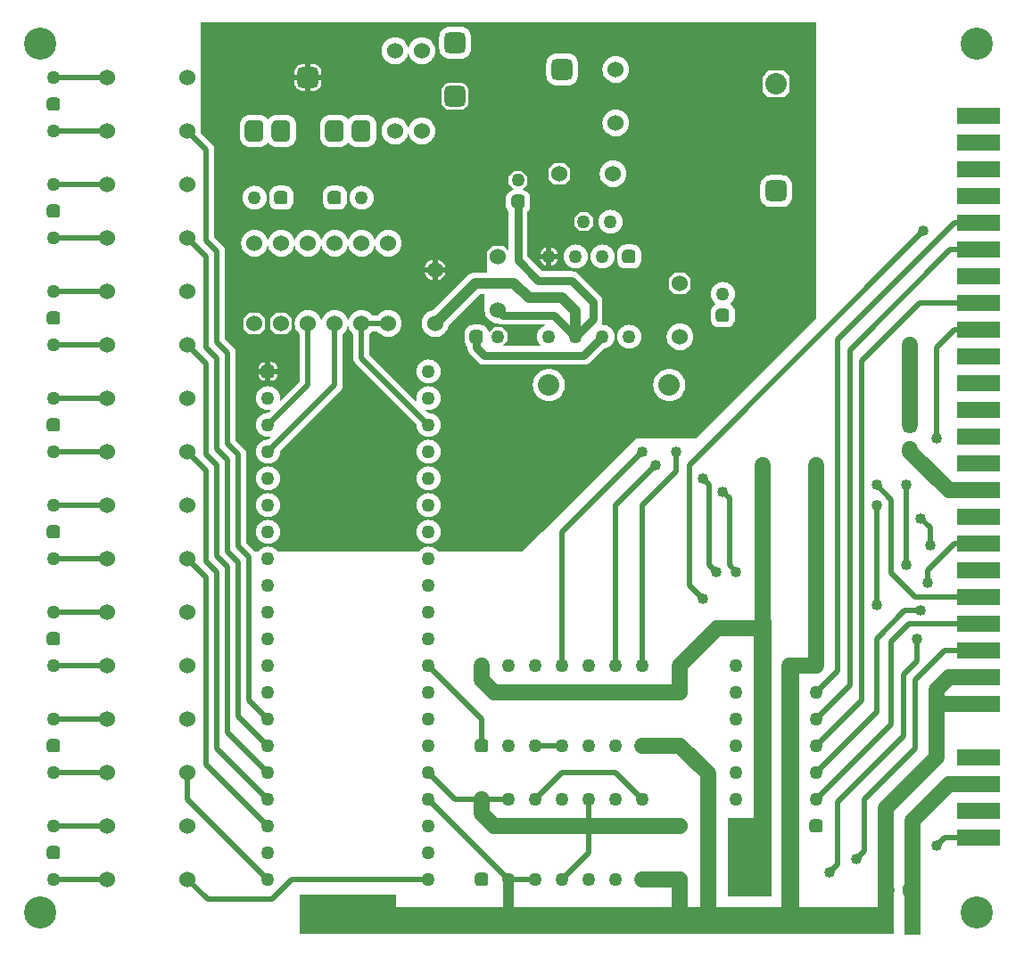
<source format=gbr>
*
%LPD*%
%LNBOTTOM*%
%FSLAX25Y25*%
%MOIN*%
%AD*%
%AD*%
%ADD15C,0.04*%
%ADD20R,0.16X0.06*%
%ADD30C,0.02*%
%ADD31C,0.06*%
%ADD32C,0.03*%
%ADD33C,0.12*%
%ADD34C,0.05*%
%AMD35_Rectangle*
20,1,0.025,-0.025,0,0.025,0,0*
20,1,0.025,0,-0.025,0,0.025,0*
1,1,0.025,-0.0125,-0.0125*
1,1,0.025,0.0125,-0.0125*
1,1,0.025,0.0125,0.0125*
1,1,0.025,-0.0125,0.0125*
%
%ADD35D35_Rectangle*%
%AMD42_Rectangle*
20,1,0.045,-0.035,0,0.035,0,0*
20,1,0.035,0,-0.04,0,0.04,0*
1,1,0.035,-0.0175,-0.0225*
1,1,0.035,0.0175,-0.0225*
1,1,0.035,0.0175,0.0225*
1,1,0.035,-0.0175,0.0225*
%
%ADD42D42_Rectangle*%
%AMD43_Rectangle*
20,1,0.04,-0.04,0,0.04,0,0*
20,1,0.04,0,-0.04,0,0.04,0*
1,1,0.04,-0.02,-0.02*
1,1,0.04,0.02,-0.02*
1,1,0.04,0.02,0.02*
1,1,0.04,-0.02,0.02*
%
%ADD43D43_Rectangle*%
%ADD47C,0.08*%
%ADD53R,0.36X0.15*%
%ADD54R,2.22X0.1*%
%ADD55R,0.16X0.295*%
%ADD56R,0.065X1.035*%
%ADD57R,0.065X1.005*%
%ADD58R,0.06X0.47*%
%ADD59R,0.06X0.425*%
%ADD60C,0.001*%
G54D30*
%SRX1Y1I0.0J0.0*%
G1X20000Y25000D2*
G1X40000Y25000D1*
G1X20000Y45000D2*
G1X40000Y45000D1*
G1X20000Y65000D2*
G1X40000Y65000D1*
G1X20000Y85000D2*
G1X40000Y85000D1*
G1X20000Y105000D2*
G1X40000Y105000D1*
G1X20000Y125000D2*
G1X40000Y125000D1*
G1X20000Y145000D2*
G1X40000Y145000D1*
G1X20000Y165000D2*
G1X40000Y165000D1*
G1X20000Y185000D2*
G1X40000Y185000D1*
G1X20000Y205000D2*
G1X40000Y205000D1*
G1X20000Y225000D2*
G1X40000Y225000D1*
G1X20000Y245000D2*
G1X40000Y245000D1*
G1X20000Y265000D2*
G1X40000Y265000D1*
G1X20000Y285000D2*
G1X40000Y285000D1*
G1X20000Y305000D2*
G1X40000Y305000D1*
G1X20000Y325000D2*
G1X40000Y325000D1*
G1X70000Y25000D2*
G1X77500Y17500D1*
G1X70000Y55000D2*
G1X70000Y65000D1*
G1X70000Y55000D2*
G1X100000Y25000D1*
G1X70000Y145000D2*
G1X77000Y138000D1*
G1X70000Y185000D2*
G1X77000Y178000D1*
G1X70000Y225000D2*
G1X77000Y218000D1*
G1X70000Y265000D2*
G1X77000Y258000D1*
G1X70000Y305000D2*
G1X77000Y298000D1*
G1X77000Y68000D2*
G1X77000Y138000D1*
G1X77000Y68000D2*
G1X100000Y45000D1*
G1X77000Y144000D2*
G1X77000Y178000D1*
G1X77000Y144000D2*
G1X81000Y140000D1*
G1X77000Y184000D2*
G1X77000Y218000D1*
G1X77000Y184000D2*
G1X81000Y180000D1*
G1X77000Y224000D2*
G1X77000Y258000D1*
G1X77000Y224000D2*
G1X81000Y220000D1*
G1X77000Y264000D2*
G1X77000Y298000D1*
G1X77000Y264000D2*
G1X81000Y260000D1*
G1X77500Y17500D2*
G1X101500Y17500D1*
G1X81000Y74000D2*
G1X81000Y140000D1*
G1X81000Y74000D2*
G1X100000Y55000D1*
G1X81000Y146000D2*
G1X81000Y180000D1*
G1X81000Y146000D2*
G1X85000Y142000D1*
G1X81000Y186000D2*
G1X81000Y220000D1*
G1X81000Y186000D2*
G1X85000Y182000D1*
G1X81000Y226000D2*
G1X81000Y260000D1*
G1X81000Y226000D2*
G1X85000Y222000D1*
G1X85000Y80000D2*
G1X85000Y142000D1*
G1X85000Y80000D2*
G1X100000Y65000D1*
G1X85000Y147657D2*
G1X85000Y182000D1*
G1X85000Y147657D2*
G1X89000Y143657D1*
G1X85000Y188000D2*
G1X85000Y222000D1*
G1X85000Y188000D2*
G1X89000Y184000D1*
G1X89000Y86000D2*
G1X89000Y143657D1*
G1X89000Y86000D2*
G1X100000Y75000D1*
G1X89000Y149500D2*
G1X89000Y184000D1*
G1X89000Y149500D2*
G1X93000Y145500D1*
G1X93000Y92000D2*
G1X93000Y145500D1*
G1X93000Y92000D2*
G1X100000Y85000D1*
G1X100000Y185000D2*
G1X125000Y210000D1*
G1X100000Y195000D2*
G1X115000Y210000D1*
G1X101500Y17500D2*
G1X109000Y25000D1*
G1X109000Y25000D2*
G1X160000Y25000D1*
G1X115000Y210000D2*
G1X115000Y233000D1*
G1X125000Y210000D2*
G1X125000Y233000D1*
G1X135000Y220000D2*
G1X135000Y233000D1*
G1X135000Y220000D2*
G1X160000Y195000D1*
G1X135000Y233000D2*
G1X145000Y233000D1*
G1X160000Y55000D2*
G1X190000Y25000D1*
G1X160000Y65000D2*
G1X170000Y55000D1*
G1X160000Y105000D2*
G1X180000Y85000D1*
G1X162500Y233000D2*
G54D15*
G1X177500Y248000D1*
G1X170000Y55000D2*
G54D30*
G1X180000Y55000D1*
G1X177500Y248000D2*
G54D15*
G1X192000Y248000D1*
G1X178000Y224000D2*
G54D32*
G1X178000Y228000D1*
G1X178000Y224000D2*
G1X181000Y221000D1*
G1X180000Y49500D2*
G54D31*
G1X180000Y55000D1*
G1X180000Y49500D2*
G1X184500Y45000D1*
G1X180000Y55000D2*
G54D30*
G1X190000Y55000D1*
G1X180000Y75000D2*
G1X180000Y85000D1*
G1X180000Y99500D2*
G54D31*
G1X180000Y105000D1*
G1X180000Y99500D2*
G1X184500Y95000D1*
G1X181000Y221000D2*
G54D32*
G1X218000Y221000D1*
G1X184500Y45000D2*
G54D31*
G1X220000Y45000D1*
G1X184500Y95000D2*
G1X254000Y95000D1*
G1X186000Y238000D2*
G54D32*
G1X188000Y236000D1*
G1X188000Y236000D2*
G1X207000Y236000D1*
G1X190000Y14500D2*
G54D15*
G1X190000Y25000D1*
G1X190000Y25000D2*
G54D30*
G1X200000Y25000D1*
G1X192000Y248000D2*
G54D15*
G1X197500Y242500D1*
G1X193500Y256500D2*
G54D32*
G1X193500Y278500D1*
G1X193500Y256500D2*
G1X201000Y249000D1*
G1X197500Y242500D2*
G54D15*
G1X210000Y242500D1*
G1X200000Y55000D2*
G54D30*
G1X210000Y65000D1*
G1X200000Y75000D2*
G1X210000Y75000D1*
G1X201000Y249000D2*
G54D32*
G1X213500Y249000D1*
G1X207000Y236000D2*
G1X215000Y228000D1*
G1X210000Y25000D2*
G54D30*
G1X220000Y35000D1*
G1X210000Y65000D2*
G1X230000Y65000D1*
G1X210000Y105000D2*
G1X210000Y155000D1*
G1X210000Y155000D2*
G1X240000Y185000D1*
G1X210000Y242500D2*
G54D15*
G1X215000Y237500D1*
G1X213500Y249000D2*
G54D32*
G1X221500Y241000D1*
G1X215000Y228000D2*
G54D15*
G1X215000Y237500D1*
G1X215000Y228000D2*
G54D32*
G1X221500Y234500D1*
G1X218000Y221000D2*
G1X225000Y228000D1*
G1X220000Y35000D2*
G54D30*
G1X220000Y45000D1*
G1X220000Y45000D2*
G1X220000Y55000D1*
G1X220000Y45000D2*
G54D31*
G1X254000Y45000D1*
G1X221500Y234500D2*
G54D32*
G1X221500Y241000D1*
G1X230000Y65000D2*
G54D30*
G1X240000Y55000D1*
G1X230000Y105000D2*
G1X230000Y165000D1*
G1X230000Y165000D2*
G1X245000Y180000D1*
G1X240000Y25000D2*
G54D31*
G1X254000Y25000D1*
G1X240000Y75000D2*
G1X254000Y75000D1*
G1X240000Y105000D2*
G54D30*
G1X240000Y165000D1*
G1X240000Y165000D2*
G1X252500Y177500D1*
G1X252500Y177500D2*
G1X252500Y185000D1*
G1X254000Y14500D2*
G54D31*
G1X254000Y25000D1*
G1X254000Y75000D2*
G1X264500Y64500D1*
G1X254000Y95000D2*
G1X254000Y105000D1*
G1X254000Y105000D2*
G1X268000Y119000D1*
G1X257500Y135000D2*
G54D30*
G1X257500Y180000D1*
G1X257500Y135000D2*
G1X262500Y130000D1*
G1X257500Y180000D2*
G1X345000Y267500D1*
G1X262500Y175000D2*
G1X265000Y172500D1*
G1X264500Y14500D2*
G54D31*
G1X264500Y64500D1*
G1X265000Y142500D2*
G54D30*
G1X265000Y172500D1*
G1X265000Y142500D2*
G1X267500Y140000D1*
G1X268000Y119000D2*
G54D31*
G1X285000Y119000D1*
G1X270000Y170000D2*
G54D30*
G1X272500Y167500D1*
G1X272500Y142500D2*
G1X272500Y167500D1*
G1X272500Y142500D2*
G1X275000Y140000D1*
G1X285000Y119000D2*
G54D31*
G1X285000Y180000D1*
G1X295000Y105000D2*
G1X305000Y105000D1*
G1X305000Y55000D2*
G54D30*
G1X333000Y83000D1*
G1X305000Y65000D2*
G1X327500Y87500D1*
G1X305000Y75000D2*
G1X322000Y92000D1*
G1X305000Y85000D2*
G1X317500Y97500D1*
G1X305000Y95000D2*
G1X313000Y103000D1*
G1X305000Y105000D2*
G54D31*
G1X305000Y119000D1*
G1X305000Y119000D2*
G1X305000Y180000D1*
G1X310000Y27500D2*
G54D30*
G1X313000Y30500D1*
G1X313000Y30500D2*
G1X313000Y54000D1*
G1X313000Y54000D2*
G1X337500Y78500D1*
G1X313000Y103000D2*
G1X313000Y227000D1*
G1X313000Y227000D2*
G1X356500Y270500D1*
G1X317500Y97500D2*
G1X317500Y223000D1*
G1X317500Y223000D2*
G1X355000Y260500D1*
G1X320000Y32500D2*
G1X323000Y35500D1*
G1X322000Y92000D2*
G1X322000Y219000D1*
G1X322000Y219000D2*
G1X343500Y240500D1*
G1X323000Y35500D2*
G1X323000Y55000D1*
G1X323000Y55000D2*
G1X342000Y74000D1*
G1X327500Y87500D2*
G1X327500Y115000D1*
G1X327500Y115000D2*
G1X338000Y125500D1*
G1X327500Y127500D2*
G1X327500Y165000D1*
G1X327500Y172500D2*
G1X333000Y167000D1*
G1X331000Y51500D2*
G54D31*
G1X350000Y70500D1*
G1X333000Y83000D2*
G54D30*
G1X333000Y114000D1*
G1X333000Y114000D2*
G1X339500Y120500D1*
G1X333000Y139500D2*
G1X333000Y167000D1*
G1X333000Y139500D2*
G1X342000Y130500D1*
G1X337500Y78500D2*
G1X337500Y101500D1*
G1X337500Y101500D2*
G1X342500Y106500D1*
G1X338000Y125500D2*
G1X344000Y125500D1*
G1X338500Y142500D2*
G1X338500Y172500D1*
G1X339500Y120500D2*
G1X365500Y120500D1*
G1X340000Y185000D2*
G54D31*
G1X340000Y186000D1*
G1X340000Y185000D2*
G1X354500Y170500D1*
G1X340000Y195000D2*
G1X340000Y225000D1*
G1X341000Y47000D2*
G1X354500Y60500D1*
G1X342000Y74000D2*
G54D30*
G1X342000Y99500D1*
G1X342000Y99500D2*
G1X353000Y110500D1*
G1X342000Y130500D2*
G1X365500Y130500D1*
G1X342500Y106500D2*
G1X342500Y115000D1*
G1X343500Y240500D2*
G1X365500Y240500D1*
G1X344000Y160000D2*
G1X347500Y156500D1*
G1X346500Y136000D2*
G1X346500Y140500D1*
G1X346500Y140500D2*
G1X356500Y150500D1*
G1X347500Y150000D2*
G1X347500Y156500D1*
G1X350000Y37500D2*
G1X353000Y40500D1*
G1X350000Y70500D2*
G54D31*
G1X350000Y90500D1*
G1X350000Y90500D2*
G1X350000Y96000D1*
G1X350000Y90500D2*
G1X365500Y90500D1*
G1X350000Y96000D2*
G1X354500Y100500D1*
G1X350000Y190000D2*
G54D30*
G1X350000Y224000D1*
G1X350000Y224000D2*
G1X356500Y230500D1*
G1X353000Y40500D2*
G1X365500Y40500D1*
G1X353000Y110500D2*
G1X365500Y110500D1*
G1X354500Y60500D2*
G54D31*
G1X365500Y60500D1*
G1X354500Y100500D2*
G1X365500Y100500D1*
G1X354500Y170500D2*
G1X365500Y170500D1*
G1X355000Y260500D2*
G54D30*
G1X365500Y260500D1*
G1X356500Y150500D2*
G1X365500Y150500D1*
G1X356500Y230500D2*
G1X365500Y230500D1*
G1X356500Y270500D2*
G1X365500Y270500D1*
G54D33*
G1X15000Y12500D3*
G1X15000Y337500D3*
G54D34*
G1X20000Y25000D3*
G54D35*
G1X20000Y35000D3*
G54D34*
G1X20000Y45000D3*
G1X20000Y65000D3*
G54D35*
G1X20000Y75000D3*
G54D34*
G1X20000Y85000D3*
G1X20000Y105000D3*
G54D35*
G1X20000Y115000D3*
G54D34*
G1X20000Y125000D3*
G1X20000Y145000D3*
G54D35*
G1X20000Y155000D3*
G54D34*
G1X20000Y165000D3*
G1X20000Y185000D3*
G54D35*
G1X20000Y195000D3*
G54D34*
G1X20000Y205000D3*
G1X20000Y225000D3*
G54D35*
G1X20000Y235000D3*
G54D34*
G1X20000Y245000D3*
G1X20000Y265000D3*
G54D35*
G1X20000Y275000D3*
G54D34*
G1X20000Y285000D3*
G1X20000Y305000D3*
G54D35*
G1X20000Y315000D3*
G54D34*
G1X20000Y325000D3*
G54D31*
G1X40000Y25000D3*
G1X40000Y45000D3*
G1X40000Y65000D3*
G1X40000Y85000D3*
G1X40000Y105000D3*
G1X40000Y125000D3*
G1X40000Y145000D3*
G1X40000Y165000D3*
G1X40000Y185000D3*
G1X40000Y205000D3*
G1X40000Y225000D3*
G1X40000Y245000D3*
G1X40000Y265000D3*
G1X40000Y285000D3*
G1X40000Y305000D3*
G1X40000Y325000D3*
G1X70000Y25000D3*
G1X70000Y45000D3*
G1X70000Y65000D3*
G1X70000Y85000D3*
G1X70000Y105000D3*
G1X70000Y125000D3*
G1X70000Y145000D3*
G1X70000Y165000D3*
G1X70000Y185000D3*
G1X70000Y205000D3*
G1X70000Y225000D3*
G1X70000Y245000D3*
G1X70000Y265000D3*
G1X70000Y285000D3*
G1X70000Y305000D3*
G1X70000Y325000D3*
G1X95000Y233000D3*
G1X95000Y263000D3*
G54D34*
G1X95000Y280000D3*
G54D42*
G1X95000Y305000D3*
G54D34*
G1X100000Y25000D3*
G1X100000Y35000D3*
G1X100000Y45000D3*
G1X100000Y55000D3*
G1X100000Y65000D3*
G1X100000Y75000D3*
G1X100000Y85000D3*
G1X100000Y95000D3*
G1X100000Y105000D3*
G1X100000Y115000D3*
G1X100000Y125000D3*
G1X100000Y135000D3*
G1X100000Y145000D3*
G1X100000Y155000D3*
G1X100000Y165000D3*
G1X100000Y175000D3*
G1X100000Y185000D3*
G1X100000Y195000D3*
G1X100000Y205000D3*
G54D35*
G1X100000Y215000D3*
G54D31*
G1X105000Y233000D3*
G1X105000Y263000D3*
G54D35*
G1X105000Y280000D3*
G54D42*
G1X105000Y305000D3*
G54D31*
G1X115000Y233000D3*
G1X115000Y263000D3*
G54D43*
G1X115000Y325000D3*
G54D31*
G1X125000Y233000D3*
G1X125000Y263000D3*
G54D35*
G1X125000Y280000D3*
G54D42*
G1X125000Y305000D3*
G54D53*
G1X130000Y12000D3*
G54D31*
G1X135000Y233000D3*
G1X135000Y263000D3*
G54D34*
G1X135000Y280000D3*
G54D42*
G1X135000Y305000D3*
G54D31*
G1X145000Y233000D3*
G1X145000Y263000D3*
G1X147500Y305000D3*
G1X147500Y335000D3*
G1X157500Y305000D3*
G1X157500Y335000D3*
G54D34*
G1X160000Y25000D3*
G1X160000Y35000D3*
G1X160000Y45000D3*
G1X160000Y55000D3*
G1X160000Y65000D3*
G1X160000Y75000D3*
G1X160000Y85000D3*
G1X160000Y95000D3*
G1X160000Y105000D3*
G1X160000Y115000D3*
G1X160000Y125000D3*
G1X160000Y135000D3*
G1X160000Y145000D3*
G1X160000Y155000D3*
G1X160000Y165000D3*
G1X160000Y175000D3*
G1X160000Y185000D3*
G1X160000Y195000D3*
G1X160000Y205000D3*
G1X160000Y215000D3*
G54D31*
G1X162500Y233000D3*
G1X162500Y253000D3*
G54D43*
G1X170000Y318000D3*
G1X170000Y338000D3*
G54D35*
G1X178000Y228000D3*
G1X180000Y25000D3*
G54D34*
G1X180000Y55000D3*
G54D35*
G1X180000Y75000D3*
G54D34*
G1X180000Y105000D3*
G1X186000Y228000D3*
G54D31*
G1X186000Y238000D3*
G1X186000Y258000D3*
G54D34*
G1X190000Y25000D3*
G1X190000Y55000D3*
G1X190000Y75000D3*
G1X190000Y105000D3*
G54D35*
G1X193500Y278500D3*
G54D34*
G1X193500Y286500D3*
G1X200000Y25000D3*
G1X200000Y55000D3*
G1X200000Y75000D3*
G1X200000Y105000D3*
G54D47*
G1X205000Y210000D3*
G54D34*
G1X205000Y228000D3*
G1X205000Y258000D3*
G54D31*
G1X209000Y289000D3*
G54D34*
G1X210000Y25000D3*
G1X210000Y55000D3*
G1X210000Y75000D3*
G1X210000Y105000D3*
G54D43*
G1X210000Y328000D3*
G54D34*
G1X215000Y228000D3*
G1X215000Y258000D3*
G1X218000Y271000D3*
G1X220000Y25000D3*
G1X220000Y55000D3*
G1X220000Y75000D3*
G1X220000Y105000D3*
G54D54*
G1X223000Y9500D3*
G54D34*
G1X225000Y228000D3*
G1X225000Y258000D3*
G1X228000Y271000D3*
G54D31*
G1X229000Y289000D3*
G54D34*
G1X230000Y25000D3*
G1X230000Y55000D3*
G1X230000Y75000D3*
G1X230000Y105000D3*
G54D31*
G1X230000Y308000D3*
G1X230000Y328000D3*
G54D34*
G1X235000Y228000D3*
G54D35*
G1X235000Y258000D3*
G54D34*
G1X240000Y25000D3*
G1X240000Y55000D3*
G1X240000Y75000D3*
G1X240000Y105000D3*
G54D47*
G1X250000Y210000D3*
G54D31*
G1X254000Y25000D3*
G1X254000Y45000D3*
G1X254000Y75000D3*
G1X254000Y95000D3*
G1X254000Y228000D3*
G1X254000Y248000D3*
G54D35*
G1X270000Y236000D3*
G54D34*
G1X270000Y244000D3*
G1X275000Y45000D3*
G1X275000Y55000D3*
G1X275000Y65000D3*
G1X275000Y75000D3*
G1X275000Y85000D3*
G1X275000Y95000D3*
G1X275000Y105000D3*
G54D55*
G1X280000Y33250D3*
G54D56*
G1X284750Y70250D3*
G54D31*
G1X285000Y119000D3*
G54D43*
G1X290000Y282500D3*
G54D47*
G1X290000Y322500D3*
G54D57*
G1X295250Y54750D3*
G54D35*
G1X305000Y45000D3*
G54D34*
G1X305000Y55000D3*
G1X305000Y65000D3*
G1X305000Y75000D3*
G1X305000Y85000D3*
G1X305000Y95000D3*
G1X305000Y105000D3*
G54D31*
G1X305000Y119000D3*
G54D58*
G1X331000Y28000D3*
G54D34*
G1X332000Y21000D3*
G54D35*
G1X340000Y21000D3*
G54D34*
G1X340000Y186500D3*
G54D35*
G1X340000Y194500D3*
G54D59*
G1X341000Y25750D3*
G54D33*
G1X365000Y12500D3*
G1X365000Y337500D3*
G54D20*
G1X365500Y40500D3*
G1X365500Y50500D3*
G1X365500Y60500D3*
G1X365500Y70500D3*
G1X365500Y90500D3*
G1X365500Y100500D3*
G1X365500Y110500D3*
G1X365500Y120500D3*
G1X365500Y130500D3*
G1X365500Y140500D3*
G1X365500Y150500D3*
G1X365500Y160500D3*
G1X365500Y170500D3*
G1X365500Y180500D3*
G1X365500Y190500D3*
G1X365500Y200500D3*
G1X365500Y210500D3*
G1X365500Y220500D3*
G1X365500Y230500D3*
G1X365500Y240500D3*
G1X365500Y250500D3*
G1X365500Y260500D3*
G1X365500Y270500D3*
G1X365500Y280500D3*
G1X365500Y290500D3*
G1X365500Y300500D3*
G1X365500Y310500D3*
G54D60*
G36*
G1X75024Y305000D2*
G1X89482Y305000D1*
G1X89482Y307250D1*
G1X89554Y307985D1*
G1X89769Y308692D1*
G1X90117Y309343D1*
G1X90586Y309914D1*
G1X91157Y310383D1*
G1X91808Y310731D1*
G1X92515Y310946D1*
G1X93250Y311018D1*
G1X96750Y311018D1*
G1X97485Y310946D1*
G1X98192Y310731D1*
G1X98843Y310383D1*
G1X99414Y309914D1*
G1X99853Y309380D1*
G1X100000Y309360D1*
G1X100147Y309380D1*
G1X100586Y309914D1*
G1X101157Y310383D1*
G1X101808Y310731D1*
G1X102515Y310946D1*
G1X103250Y311018D1*
G1X106750Y311018D1*
G1X107485Y310946D1*
G1X108192Y310731D1*
G1X108843Y310383D1*
G1X109414Y309914D1*
G1X109883Y309343D1*
G1X110231Y308692D1*
G1X110446Y307985D1*
G1X110518Y307250D1*
G1X110518Y305000D1*
G1X119482Y305000D1*
G1X119482Y307250D1*
G1X119554Y307985D1*
G1X119769Y308692D1*
G1X120117Y309343D1*
G1X120586Y309914D1*
G1X121157Y310383D1*
G1X121808Y310731D1*
G1X122515Y310946D1*
G1X123250Y311018D1*
G1X126750Y311018D1*
G1X127485Y310946D1*
G1X128192Y310731D1*
G1X128843Y310383D1*
G1X129414Y309914D1*
G1X129853Y309380D1*
G1X130000Y309360D1*
G1X130147Y309380D1*
G1X130586Y309914D1*
G1X131157Y310383D1*
G1X131808Y310731D1*
G1X132515Y310946D1*
G1X133250Y311018D1*
G1X136750Y311018D1*
G1X137485Y310946D1*
G1X138192Y310731D1*
G1X138843Y310383D1*
G1X139414Y309914D1*
G1X139883Y309343D1*
G1X140231Y308692D1*
G1X140446Y307985D1*
G1X140518Y307250D1*
G1X140518Y305000D1*
G1X142476Y305000D1*
G1X142572Y305980D1*
G1X142858Y306923D1*
G1X143323Y307791D1*
G1X143947Y308553D1*
G1X144709Y309177D1*
G1X145577Y309642D1*
G1X146520Y309928D1*
G1X147500Y310024D1*
G1X148480Y309928D1*
G1X149423Y309642D1*
G1X150291Y309177D1*
G1X151053Y308553D1*
G1X151677Y307791D1*
G1X152142Y306923D1*
G1X152369Y306172D1*
G1X152631Y306172D1*
G1X152858Y306923D1*
G1X153323Y307791D1*
G1X153947Y308553D1*
G1X154709Y309177D1*
G1X155577Y309642D1*
G1X156520Y309928D1*
G1X157500Y310024D1*
G1X158480Y309928D1*
G1X159423Y309642D1*
G1X160291Y309177D1*
G1X161053Y308553D1*
G1X161677Y307791D1*
G1X162142Y306923D1*
G1X162428Y305980D1*
G1X162524Y305000D1*
G1X225994Y305000D1*
G1X225823Y305209D1*
G1X225358Y306077D1*
G1X225072Y307020D1*
G1X224976Y308000D1*
G1X225072Y308980D1*
G1X225358Y309923D1*
G1X225823Y310791D1*
G1X226447Y311553D1*
G1X227209Y312177D1*
G1X228077Y312642D1*
G1X229020Y312928D1*
G1X230000Y313024D1*
G1X230980Y312928D1*
G1X231923Y312642D1*
G1X232791Y312177D1*
G1X233553Y311553D1*
G1X234177Y310791D1*
G1X234642Y309923D1*
G1X234928Y308980D1*
G1X235024Y308000D1*
G1X234928Y307020D1*
G1X234642Y306077D1*
G1X234177Y305209D1*
G1X234006Y305000D1*
G1X305000Y305000D1*
G1X305000Y321992D1*
G1X295000Y321992D1*
G1X295000Y319500D1*
G1X293000Y317500D1*
G1X290246Y317500D1*
G1X290000Y317476D1*
G1X289754Y317500D1*
G1X287000Y317500D1*
G1X285000Y319500D1*
G1X285000Y321992D1*
G1X212117Y321992D1*
G1X212000Y321981D1*
G1X208000Y321981D1*
G1X207883Y321992D1*
G1X174246Y321992D1*
G1X174506Y321675D1*
G1X174715Y321285D1*
G1X175000Y321000D1*
G1X175000Y320147D1*
G1X175015Y320000D1*
G1X175015Y316000D1*
G1X175000Y315853D1*
G1X175000Y315000D1*
G1X174715Y314715D1*
G1X174506Y314325D1*
G1X174132Y313868D1*
G1X173675Y313494D1*
G1X173285Y313285D1*
G1X173000Y313000D1*
G1X172148Y313000D1*
G1X172000Y312985D1*
G1X168000Y312985D1*
G1X167852Y313000D1*
G1X167000Y313000D1*
G1X166715Y313285D1*
G1X166325Y313494D1*
G1X165868Y313868D1*
G1X165494Y314325D1*
G1X165285Y314715D1*
G1X165000Y315000D1*
G1X165000Y315853D1*
G1X164985Y316000D1*
G1X164985Y320000D1*
G1X165000Y320147D1*
G1X165000Y320500D1*
G1X165040Y320549D1*
G1X165043Y320588D1*
G1X165215Y321154D1*
G1X165494Y321675D1*
G1X165754Y321992D1*
G1X119830Y321992D1*
G1X119785Y321846D1*
G1X119506Y321325D1*
G1X119132Y320868D1*
G1X118675Y320494D1*
G1X118154Y320215D1*
G1X117588Y320043D1*
G1X117000Y319985D1*
G1X116000Y319985D1*
G1X116000Y321992D1*
G1X114000Y321992D1*
G1X114000Y319985D1*
G1X113000Y319985D1*
G1X112412Y320043D1*
G1X111846Y320215D1*
G1X111325Y320494D1*
G1X110868Y320868D1*
G1X110494Y321325D1*
G1X110215Y321846D1*
G1X110170Y321992D1*
G1X75000Y321992D1*
G1X75000Y305246D1*
G1X75024Y305000D1*
G37*
G36*
G1X82264Y263000D2*
G1X89976Y263000D1*
G1X90072Y263980D1*
G1X90358Y264923D1*
G1X90823Y265791D1*
G1X91447Y266553D1*
G1X92209Y267177D1*
G1X93077Y267642D1*
G1X94020Y267928D1*
G1X95000Y268024D1*
G1X95980Y267928D1*
G1X96923Y267642D1*
G1X97791Y267177D1*
G1X98553Y266553D1*
G1X99177Y265791D1*
G1X99642Y264923D1*
G1X99869Y264172D1*
G1X100131Y264172D1*
G1X100358Y264923D1*
G1X100823Y265791D1*
G1X101447Y266553D1*
G1X102209Y267177D1*
G1X103077Y267642D1*
G1X104020Y267928D1*
G1X105000Y268024D1*
G1X105980Y267928D1*
G1X106923Y267642D1*
G1X107791Y267177D1*
G1X108553Y266553D1*
G1X109177Y265791D1*
G1X109642Y264923D1*
G1X109869Y264172D1*
G1X110131Y264172D1*
G1X110358Y264923D1*
G1X110823Y265791D1*
G1X111447Y266553D1*
G1X112209Y267177D1*
G1X113077Y267642D1*
G1X114020Y267928D1*
G1X115000Y268024D1*
G1X115980Y267928D1*
G1X116923Y267642D1*
G1X117791Y267177D1*
G1X118553Y266553D1*
G1X119177Y265791D1*
G1X119642Y264923D1*
G1X119869Y264172D1*
G1X120131Y264172D1*
G1X120358Y264923D1*
G1X120823Y265791D1*
G1X121447Y266553D1*
G1X122209Y267177D1*
G1X123077Y267642D1*
G1X124020Y267928D1*
G1X125000Y268024D1*
G1X125980Y267928D1*
G1X126923Y267642D1*
G1X127791Y267177D1*
G1X128553Y266553D1*
G1X129177Y265791D1*
G1X129642Y264923D1*
G1X129869Y264172D1*
G1X130131Y264172D1*
G1X130358Y264923D1*
G1X130823Y265791D1*
G1X131447Y266553D1*
G1X132209Y267177D1*
G1X133077Y267642D1*
G1X134020Y267928D1*
G1X135000Y268024D1*
G1X135980Y267928D1*
G1X136923Y267642D1*
G1X137791Y267177D1*
G1X138553Y266553D1*
G1X139177Y265791D1*
G1X139642Y264923D1*
G1X139869Y264172D1*
G1X140131Y264172D1*
G1X140358Y264923D1*
G1X140823Y265791D1*
G1X141447Y266553D1*
G1X142209Y267177D1*
G1X143077Y267642D1*
G1X144020Y267928D1*
G1X145000Y268024D1*
G1X145980Y267928D1*
G1X146923Y267642D1*
G1X147791Y267177D1*
G1X148553Y266553D1*
G1X149177Y265791D1*
G1X149642Y264923D1*
G1X149928Y263980D1*
G1X150024Y263000D1*
G1X189983Y263000D1*
G1X189983Y274906D1*
G1X189941Y274941D1*
G1X189535Y275436D1*
G1X189233Y276000D1*
G1X189047Y276613D1*
G1X188984Y277250D1*
G1X188984Y279750D1*
G1X189009Y280000D1*
G1X139522Y280000D1*
G1X139435Y279118D1*
G1X139178Y278270D1*
G1X138760Y277488D1*
G1X138197Y276803D1*
G1X137512Y276240D1*
G1X136730Y275822D1*
G1X135882Y275565D1*
G1X135000Y275478D1*
G1X134118Y275565D1*
G1X133270Y275822D1*
G1X132488Y276240D1*
G1X131803Y276803D1*
G1X131240Y277488D1*
G1X130822Y278270D1*
G1X130565Y279118D1*
G1X130478Y280000D1*
G1X129516Y280000D1*
G1X129516Y278750D1*
G1X129453Y278113D1*
G1X129267Y277500D1*
G1X128965Y276936D1*
G1X128559Y276441D1*
G1X128064Y276035D1*
G1X127500Y275733D1*
G1X126887Y275547D1*
G1X126250Y275484D1*
G1X123750Y275484D1*
G1X123113Y275547D1*
G1X122500Y275733D1*
G1X121936Y276035D1*
G1X121441Y276441D1*
G1X121035Y276936D1*
G1X120733Y277500D1*
G1X120547Y278113D1*
G1X120484Y278750D1*
G1X120484Y280000D1*
G1X109516Y280000D1*
G1X109516Y278750D1*
G1X109453Y278113D1*
G1X109267Y277500D1*
G1X108965Y276936D1*
G1X108559Y276441D1*
G1X108064Y276035D1*
G1X107500Y275733D1*
G1X106887Y275547D1*
G1X106250Y275484D1*
G1X103750Y275484D1*
G1X103113Y275547D1*
G1X102500Y275733D1*
G1X101936Y276035D1*
G1X101441Y276441D1*
G1X101035Y276936D1*
G1X100733Y277500D1*
G1X100547Y278113D1*
G1X100484Y278750D1*
G1X100484Y280000D1*
G1X99522Y280000D1*
G1X99435Y279118D1*
G1X99178Y278270D1*
G1X98760Y277488D1*
G1X98197Y276803D1*
G1X97512Y276240D1*
G1X96730Y275822D1*
G1X95882Y275565D1*
G1X95000Y275478D1*
G1X94118Y275565D1*
G1X93270Y275822D1*
G1X92488Y276240D1*
G1X91803Y276803D1*
G1X91240Y277488D1*
G1X90822Y278270D1*
G1X90565Y279118D1*
G1X90478Y280000D1*
G1X80015Y280000D1*
G1X80015Y265249D1*
G1X82264Y263000D1*
G37*
G36*
G1X168184Y233000D2*
G1X185755Y233000D1*
G1X185020Y233072D1*
G1X184077Y233358D1*
G1X183209Y233823D1*
G1X182447Y234447D1*
G1X181823Y235209D1*
G1X181358Y236077D1*
G1X181072Y237020D1*
G1X180976Y238000D1*
G1X181000Y238246D1*
G1X181000Y243981D1*
G1X179165Y243981D1*
G1X168184Y233000D1*
G37*
G36*
G1X75000Y321992D2*
G1X110170Y321992D1*
G1X110043Y322412D1*
G1X109985Y323000D1*
G1X109985Y324000D1*
G1X114000Y324000D1*
G1X114000Y321992D1*
G1X116000Y321992D1*
G1X116000Y324000D1*
G1X120015Y324000D1*
G1X120015Y323000D1*
G1X119957Y322412D1*
G1X119830Y321992D1*
G1X165754Y321992D1*
G1X165868Y322132D1*
G1X166325Y322506D1*
G1X166814Y322768D1*
G1X167000Y323000D1*
G1X167853Y323000D1*
G1X168000Y323015D1*
G1X172000Y323015D1*
G1X172147Y323000D1*
G1X173000Y323000D1*
G1X173285Y322715D1*
G1X173675Y322506D1*
G1X174132Y322132D1*
G1X174246Y321992D1*
G1X207883Y321992D1*
G1X207216Y322058D1*
G1X206462Y322287D1*
G1X205767Y322658D1*
G1X205158Y323158D1*
G1X204658Y323767D1*
G1X204287Y324462D1*
G1X204058Y325216D1*
G1X203981Y326000D1*
G1X203981Y328007D1*
G1X119830Y328007D1*
G1X119957Y327588D1*
G1X120015Y327000D1*
G1X120015Y326000D1*
G1X116000Y326000D1*
G1X116000Y328007D1*
G1X114000Y328007D1*
G1X114000Y326000D1*
G1X109985Y326000D1*
G1X109985Y327000D1*
G1X110043Y327588D1*
G1X110170Y328007D1*
G1X75000Y328007D1*
G1X75000Y325246D1*
G1X75024Y325000D1*
G1X75000Y324754D1*
G1X75000Y321992D1*
G37*
G36*
G1X212117Y321992D2*
G1X285000Y321992D1*
G1X285000Y322254D1*
G1X284976Y322500D1*
G1X285000Y322746D1*
G1X285000Y325000D1*
G1X287000Y327500D1*
G1X289754Y327500D1*
G1X290000Y327524D1*
G1X290246Y327500D1*
G1X293000Y327500D1*
G1X295000Y325500D1*
G1X295000Y322746D1*
G1X295024Y322500D1*
G1X295000Y322254D1*
G1X295000Y321992D1*
G1X305000Y321992D1*
G1X305000Y328007D1*
G1X235023Y328007D1*
G1X235024Y328000D1*
G1X234928Y327020D1*
G1X234642Y326077D1*
G1X234177Y325209D1*
G1X233553Y324447D1*
G1X232791Y323823D1*
G1X231923Y323358D1*
G1X230980Y323072D1*
G1X230000Y322976D1*
G1X229020Y323072D1*
G1X228077Y323358D1*
G1X227209Y323823D1*
G1X226447Y324447D1*
G1X225823Y325209D1*
G1X225358Y326077D1*
G1X225072Y327020D1*
G1X224976Y328000D1*
G1X224977Y328007D1*
G1X216019Y328007D1*
G1X216019Y326000D1*
G1X215942Y325216D1*
G1X215713Y324462D1*
G1X215342Y323767D1*
G1X214842Y323158D1*
G1X214233Y322658D1*
G1X213538Y322287D1*
G1X212784Y322058D1*
G1X212117Y321992D1*
G37*
G36*
G1X80015Y298000D2*
G1X80015Y289000D1*
G1X191000Y289000D1*
G1X192000Y290000D1*
G1X193328Y290000D1*
G1X193500Y290017D1*
G1X193672Y290000D1*
G1X195000Y290000D1*
G1X196000Y289000D1*
G1X204981Y289000D1*
G1X205000Y289197D1*
G1X205000Y291000D1*
G1X207000Y293000D1*
G1X208803Y293000D1*
G1X209000Y293019D1*
G1X209197Y293000D1*
G1X211000Y293000D1*
G1X213000Y291000D1*
G1X213000Y289196D1*
G1X213019Y289000D1*
G1X223976Y289000D1*
G1X224072Y289980D1*
G1X224358Y290923D1*
G1X224823Y291791D1*
G1X225447Y292553D1*
G1X226209Y293177D1*
G1X227077Y293642D1*
G1X228020Y293928D1*
G1X229000Y294024D1*
G1X229980Y293928D1*
G1X230923Y293642D1*
G1X231791Y293177D1*
G1X232553Y292553D1*
G1X233177Y291791D1*
G1X233642Y290923D1*
G1X233928Y289980D1*
G1X234024Y289000D1*
G1X305000Y289000D1*
G1X305000Y305000D1*
G1X234006Y305000D1*
G1X233553Y304447D1*
G1X232791Y303823D1*
G1X231923Y303358D1*
G1X230980Y303072D1*
G1X230000Y302976D1*
G1X229020Y303072D1*
G1X228077Y303358D1*
G1X227209Y303823D1*
G1X226447Y304447D1*
G1X225994Y305000D1*
G1X162524Y305000D1*
G1X162428Y304020D1*
G1X162142Y303077D1*
G1X161677Y302209D1*
G1X161053Y301447D1*
G1X160291Y300823D1*
G1X159423Y300358D1*
G1X158480Y300072D1*
G1X157500Y299976D1*
G1X156520Y300072D1*
G1X155577Y300358D1*
G1X154709Y300823D1*
G1X153947Y301447D1*
G1X153323Y302209D1*
G1X152858Y303077D1*
G1X152631Y303828D1*
G1X152369Y303828D1*
G1X152142Y303077D1*
G1X151677Y302209D1*
G1X151053Y301447D1*
G1X150291Y300823D1*
G1X149423Y300358D1*
G1X148480Y300072D1*
G1X147500Y299976D1*
G1X146520Y300072D1*
G1X145577Y300358D1*
G1X144709Y300823D1*
G1X143947Y301447D1*
G1X143323Y302209D1*
G1X142858Y303077D1*
G1X142572Y304020D1*
G1X142476Y305000D1*
G1X140518Y305000D1*
G1X140518Y302750D1*
G1X140446Y302015D1*
G1X140231Y301308D1*
G1X139883Y300657D1*
G1X139414Y300086D1*
G1X138843Y299617D1*
G1X138192Y299269D1*
G1X137485Y299054D1*
G1X136750Y298982D1*
G1X133250Y298982D1*
G1X132515Y299054D1*
G1X131808Y299269D1*
G1X131157Y299617D1*
G1X130586Y300086D1*
G1X130147Y300620D1*
G1X130000Y300640D1*
G1X129853Y300620D1*
G1X129414Y300086D1*
G1X128843Y299617D1*
G1X128192Y299269D1*
G1X127485Y299054D1*
G1X126750Y298982D1*
G1X123250Y298982D1*
G1X122515Y299054D1*
G1X121808Y299269D1*
G1X121157Y299617D1*
G1X120586Y300086D1*
G1X120117Y300657D1*
G1X119769Y301308D1*
G1X119554Y302015D1*
G1X119482Y302750D1*
G1X119482Y305000D1*
G1X110518Y305000D1*
G1X110518Y302750D1*
G1X110446Y302015D1*
G1X110231Y301308D1*
G1X109883Y300657D1*
G1X109414Y300086D1*
G1X108843Y299617D1*
G1X108192Y299269D1*
G1X107485Y299054D1*
G1X106750Y298982D1*
G1X103250Y298982D1*
G1X102515Y299054D1*
G1X101808Y299269D1*
G1X101157Y299617D1*
G1X100586Y300086D1*
G1X100147Y300620D1*
G1X100000Y300640D1*
G1X99853Y300620D1*
G1X99414Y300086D1*
G1X98843Y299617D1*
G1X98192Y299269D1*
G1X97485Y299054D1*
G1X96750Y298982D1*
G1X93250Y298982D1*
G1X92515Y299054D1*
G1X91808Y299269D1*
G1X91157Y299617D1*
G1X90586Y300086D1*
G1X90117Y300657D1*
G1X89769Y301308D1*
G1X89554Y302015D1*
G1X89482Y302750D1*
G1X89482Y305000D1*
G1X75024Y305000D1*
G1X75000Y304754D1*
G1X75000Y304263D1*
G1X79132Y300132D1*
G1X79506Y299675D1*
G1X79785Y299154D1*
G1X79957Y298588D1*
G1X80015Y298000D1*
G37*
G36*
G1X109516Y280000D2*
G1X120484Y280000D1*
G1X120484Y281250D1*
G1X120547Y281887D1*
G1X120733Y282500D1*
G1X121035Y283064D1*
G1X121441Y283559D1*
G1X121936Y283965D1*
G1X122500Y284267D1*
G1X123113Y284453D1*
G1X123750Y284516D1*
G1X126250Y284516D1*
G1X126887Y284453D1*
G1X127500Y284267D1*
G1X128064Y283965D1*
G1X128559Y283559D1*
G1X128965Y283064D1*
G1X129267Y282500D1*
G1X129453Y281887D1*
G1X129516Y281250D1*
G1X129516Y280000D1*
G1X130478Y280000D1*
G1X130565Y280882D1*
G1X130822Y281730D1*
G1X131240Y282512D1*
G1X131803Y283197D1*
G1X132488Y283760D1*
G1X133270Y284178D1*
G1X134118Y284435D1*
G1X135000Y284522D1*
G1X135882Y284435D1*
G1X136730Y284178D1*
G1X137512Y283760D1*
G1X138197Y283197D1*
G1X138760Y282512D1*
G1X139178Y281730D1*
G1X139435Y280882D1*
G1X139522Y280000D1*
G1X189009Y280000D1*
G1X189047Y280387D1*
G1X189233Y281000D1*
G1X189535Y281564D1*
G1X189941Y282059D1*
G1X190436Y282465D1*
G1X191000Y282767D1*
G1X191613Y282953D1*
G1X191686Y282960D1*
G1X191779Y283221D1*
G1X190000Y285000D1*
G1X190000Y286328D1*
G1X189983Y286500D1*
G1X190000Y286672D1*
G1X190000Y288000D1*
G1X191000Y289000D1*
G1X80015Y289000D1*
G1X80015Y280000D1*
G1X90478Y280000D1*
G1X90565Y280882D1*
G1X90822Y281730D1*
G1X91240Y282512D1*
G1X91803Y283197D1*
G1X92488Y283760D1*
G1X93270Y284178D1*
G1X94118Y284435D1*
G1X95000Y284522D1*
G1X95882Y284435D1*
G1X96730Y284178D1*
G1X97512Y283760D1*
G1X98197Y283197D1*
G1X98760Y282512D1*
G1X99178Y281730D1*
G1X99435Y280882D1*
G1X99522Y280000D1*
G1X100484Y280000D1*
G1X100484Y281250D1*
G1X100547Y281887D1*
G1X100733Y282500D1*
G1X101035Y283064D1*
G1X101441Y283559D1*
G1X101936Y283965D1*
G1X102500Y284267D1*
G1X103113Y284453D1*
G1X103750Y284516D1*
G1X106250Y284516D1*
G1X106887Y284453D1*
G1X107500Y284267D1*
G1X108064Y283965D1*
G1X108559Y283559D1*
G1X108965Y283064D1*
G1X109267Y282500D1*
G1X109453Y281887D1*
G1X109516Y281250D1*
G1X109516Y280000D1*
G37*
G36*
G1X195387Y282953D2*
G1X196000Y282767D1*
G1X196564Y282465D1*
G1X197059Y282059D1*
G1X197465Y281564D1*
G1X197767Y281000D1*
G1X197953Y280387D1*
G1X197991Y280000D1*
G1X284030Y280000D1*
G1X283981Y280500D1*
G1X283981Y284500D1*
G1X284058Y285284D1*
G1X284287Y286038D1*
G1X284658Y286733D1*
G1X285158Y287342D1*
G1X285767Y287842D1*
G1X286462Y288213D1*
G1X287216Y288442D1*
G1X288000Y288519D1*
G1X292000Y288519D1*
G1X292784Y288442D1*
G1X293538Y288213D1*
G1X294233Y287842D1*
G1X294842Y287342D1*
G1X295342Y286733D1*
G1X295713Y286038D1*
G1X295942Y285284D1*
G1X296019Y284500D1*
G1X296019Y280500D1*
G1X295970Y280000D1*
G1X305000Y280000D1*
G1X305000Y289000D1*
G1X234024Y289000D1*
G1X233928Y288020D1*
G1X233642Y287077D1*
G1X233177Y286209D1*
G1X232553Y285447D1*
G1X231791Y284823D1*
G1X230923Y284358D1*
G1X229980Y284072D1*
G1X229000Y283976D1*
G1X228020Y284072D1*
G1X227077Y284358D1*
G1X226209Y284823D1*
G1X225447Y285447D1*
G1X224823Y286209D1*
G1X224358Y287077D1*
G1X224072Y288020D1*
G1X223976Y289000D1*
G1X213019Y289000D1*
G1X213000Y288804D1*
G1X213000Y287000D1*
G1X211000Y285000D1*
G1X209196Y285000D1*
G1X209000Y284981D1*
G1X208804Y285000D1*
G1X207000Y285000D1*
G1X205000Y287000D1*
G1X205000Y288803D1*
G1X204981Y289000D1*
G1X196000Y289000D1*
G1X197000Y288000D1*
G1X197000Y286672D1*
G1X197017Y286500D1*
G1X197000Y286328D1*
G1X197000Y285000D1*
G1X195221Y283221D1*
G1X195314Y282960D1*
G1X195387Y282953D1*
G37*
G36*
G1X197017Y263000D2*
G1X305000Y263000D1*
G1X305000Y271000D1*
G1X232522Y271000D1*
G1X232435Y270118D1*
G1X232178Y269270D1*
G1X231760Y268488D1*
G1X231197Y267803D1*
G1X230512Y267240D1*
G1X229730Y266822D1*
G1X228882Y266565D1*
G1X228000Y266478D1*
G1X227118Y266565D1*
G1X226270Y266822D1*
G1X225488Y267240D1*
G1X224803Y267803D1*
G1X224240Y268488D1*
G1X223822Y269270D1*
G1X223565Y270118D1*
G1X223478Y271000D1*
G1X221517Y271000D1*
G1X221500Y270828D1*
G1X221500Y269500D1*
G1X219500Y267500D1*
G1X218172Y267500D1*
G1X218000Y267483D1*
G1X217828Y267500D1*
G1X216500Y267500D1*
G1X214500Y269500D1*
G1X214500Y270828D1*
G1X214483Y271000D1*
G1X197017Y271000D1*
G1X197017Y263000D1*
G37*
G36*
G1X232522Y271000D2*
G1X305000Y271000D1*
G1X305000Y280000D1*
G1X295970Y280000D1*
G1X295942Y279716D1*
G1X295713Y278962D1*
G1X295342Y278267D1*
G1X294842Y277658D1*
G1X294233Y277158D1*
G1X293538Y276787D1*
G1X292784Y276558D1*
G1X292000Y276481D1*
G1X288000Y276481D1*
G1X287216Y276558D1*
G1X286462Y276787D1*
G1X285767Y277158D1*
G1X285158Y277658D1*
G1X284658Y278267D1*
G1X284287Y278962D1*
G1X284058Y279716D1*
G1X284030Y280000D1*
G1X197991Y280000D1*
G1X198016Y279750D1*
G1X198016Y277250D1*
G1X197953Y276613D1*
G1X197767Y276000D1*
G1X197465Y275436D1*
G1X197059Y274941D1*
G1X197017Y274906D1*
G1X197017Y271000D1*
G1X214483Y271000D1*
G1X214500Y271172D1*
G1X214500Y272500D1*
G1X216500Y274500D1*
G1X217828Y274500D1*
G1X218000Y274517D1*
G1X218172Y274500D1*
G1X219500Y274500D1*
G1X221500Y272500D1*
G1X221500Y271172D1*
G1X221517Y271000D1*
G1X223478Y271000D1*
G1X223565Y271882D1*
G1X223822Y272730D1*
G1X224240Y273512D1*
G1X224803Y274197D1*
G1X225488Y274760D1*
G1X226270Y275178D1*
G1X227118Y275435D1*
G1X228000Y275522D1*
G1X228882Y275435D1*
G1X229730Y275178D1*
G1X230512Y274760D1*
G1X231197Y274197D1*
G1X231760Y273512D1*
G1X232178Y272730D1*
G1X232435Y271882D1*
G1X232522Y271000D1*
G37*
G36*
G1X150024Y233000D2*
G1X157476Y233000D1*
G1X157572Y233980D1*
G1X157858Y234923D1*
G1X158323Y235791D1*
G1X158947Y236553D1*
G1X159709Y237177D1*
G1X160577Y237642D1*
G1X161520Y237928D1*
G1X161768Y237952D1*
G1X174377Y250561D1*
G1X165673Y250561D1*
G1X165342Y250158D1*
G1X164733Y249658D1*
G1X164038Y249287D1*
G1X163500Y249123D1*
G1X163500Y250561D1*
G1X161500Y250561D1*
G1X161500Y249123D1*
G1X160962Y249287D1*
G1X160267Y249658D1*
G1X159658Y250158D1*
G1X159327Y250561D1*
G1X84015Y250561D1*
G1X84015Y233000D1*
G1X90981Y233000D1*
G1X91000Y233197D1*
G1X91000Y235000D1*
G1X93000Y237000D1*
G1X94803Y237000D1*
G1X95000Y237019D1*
G1X95197Y237000D1*
G1X97000Y237000D1*
G1X99000Y235000D1*
G1X99000Y233196D1*
G1X99019Y233000D1*
G1X100981Y233000D1*
G1X101000Y233197D1*
G1X101000Y235000D1*
G1X103000Y237000D1*
G1X104803Y237000D1*
G1X105000Y237019D1*
G1X105197Y237000D1*
G1X107000Y237000D1*
G1X109000Y235000D1*
G1X109000Y233196D1*
G1X109019Y233000D1*
G1X109976Y233000D1*
G1X110072Y233980D1*
G1X110358Y234923D1*
G1X110823Y235791D1*
G1X111447Y236553D1*
G1X112209Y237177D1*
G1X113077Y237642D1*
G1X114020Y237928D1*
G1X115000Y238024D1*
G1X115980Y237928D1*
G1X116923Y237642D1*
G1X117791Y237177D1*
G1X118553Y236553D1*
G1X119177Y235791D1*
G1X119642Y234923D1*
G1X119869Y234172D1*
G1X120131Y234172D1*
G1X120358Y234923D1*
G1X120823Y235791D1*
G1X121447Y236553D1*
G1X122209Y237177D1*
G1X123077Y237642D1*
G1X124020Y237928D1*
G1X125000Y238024D1*
G1X125980Y237928D1*
G1X126923Y237642D1*
G1X127791Y237177D1*
G1X128553Y236553D1*
G1X129177Y235791D1*
G1X129642Y234923D1*
G1X129869Y234172D1*
G1X130131Y234172D1*
G1X130358Y234923D1*
G1X130823Y235791D1*
G1X131447Y236553D1*
G1X132209Y237177D1*
G1X133077Y237642D1*
G1X134020Y237928D1*
G1X135000Y238024D1*
G1X135980Y237928D1*
G1X136923Y237642D1*
G1X137791Y237177D1*
G1X138553Y236553D1*
G1X138994Y236015D1*
G1X141006Y236015D1*
G1X141447Y236553D1*
G1X142209Y237177D1*
G1X143077Y237642D1*
G1X144020Y237928D1*
G1X145000Y238024D1*
G1X145980Y237928D1*
G1X146923Y237642D1*
G1X147791Y237177D1*
G1X148553Y236553D1*
G1X149177Y235791D1*
G1X149642Y234923D1*
G1X149928Y233980D1*
G1X150024Y233000D1*
G37*
G36*
G1X103766Y147500D2*
G1X156234Y147500D1*
G1X156240Y147512D1*
G1X156803Y148197D1*
G1X157488Y148760D1*
G1X158270Y149178D1*
G1X159118Y149435D1*
G1X160000Y149522D1*
G1X160882Y149435D1*
G1X161730Y149178D1*
G1X162512Y148760D1*
G1X163197Y148197D1*
G1X163760Y147512D1*
G1X163766Y147500D1*
G1X195000Y147500D1*
G1X202500Y155000D1*
G1X164522Y155000D1*
G1X164435Y154118D1*
G1X164178Y153270D1*
G1X163760Y152488D1*
G1X163197Y151803D1*
G1X162512Y151240D1*
G1X161730Y150822D1*
G1X160882Y150565D1*
G1X160000Y150478D1*
G1X159118Y150565D1*
G1X158270Y150822D1*
G1X157488Y151240D1*
G1X156803Y151803D1*
G1X156240Y152488D1*
G1X155822Y153270D1*
G1X155565Y154118D1*
G1X155478Y155000D1*
G1X104522Y155000D1*
G1X104435Y154118D1*
G1X104178Y153270D1*
G1X103760Y152488D1*
G1X103197Y151803D1*
G1X102512Y151240D1*
G1X101730Y150822D1*
G1X100882Y150565D1*
G1X100000Y150478D1*
G1X99118Y150565D1*
G1X98270Y150822D1*
G1X97488Y151240D1*
G1X96803Y151803D1*
G1X96240Y152488D1*
G1X95822Y153270D1*
G1X95565Y154118D1*
G1X95478Y155000D1*
G1X92015Y155000D1*
G1X92015Y150749D1*
G1X95132Y147632D1*
G1X95240Y147500D1*
G1X96234Y147500D1*
G1X96240Y147512D1*
G1X96803Y148197D1*
G1X97488Y148760D1*
G1X98270Y149178D1*
G1X99118Y149435D1*
G1X100000Y149522D1*
G1X100882Y149435D1*
G1X101730Y149178D1*
G1X102512Y148760D1*
G1X103197Y148197D1*
G1X103760Y147512D1*
G1X103766Y147500D1*
G37*
G36*
G1X119830Y328007D2*
G1X203981Y328007D1*
G1X203981Y330000D1*
G1X204058Y330784D1*
G1X204287Y331538D1*
G1X204658Y332233D1*
G1X205158Y332842D1*
G1X205767Y333342D1*
G1X206462Y333713D1*
G1X207216Y333942D1*
G1X208000Y334019D1*
G1X212000Y334019D1*
G1X212784Y333942D1*
G1X213538Y333713D1*
G1X214233Y333342D1*
G1X214842Y332842D1*
G1X215342Y332233D1*
G1X215713Y331538D1*
G1X215942Y330784D1*
G1X216019Y330000D1*
G1X216019Y328007D1*
G1X224977Y328007D1*
G1X225072Y328980D1*
G1X225358Y329923D1*
G1X225823Y330791D1*
G1X226447Y331553D1*
G1X227209Y332177D1*
G1X228077Y332642D1*
G1X229020Y332928D1*
G1X230000Y333024D1*
G1X230980Y332928D1*
G1X231923Y332642D1*
G1X232791Y332177D1*
G1X233553Y331553D1*
G1X234177Y330791D1*
G1X234642Y329923D1*
G1X234928Y328980D1*
G1X235023Y328007D1*
G1X305000Y328007D1*
G1X305000Y335000D1*
G1X175876Y335000D1*
G1X175713Y334462D1*
G1X175342Y333767D1*
G1X174842Y333158D1*
G1X174233Y332658D1*
G1X173538Y332287D1*
G1X172784Y332058D1*
G1X172000Y331981D1*
G1X168000Y331981D1*
G1X167216Y332058D1*
G1X166462Y332287D1*
G1X165767Y332658D1*
G1X165158Y333158D1*
G1X164658Y333767D1*
G1X164287Y334462D1*
G1X164124Y335000D1*
G1X162524Y335000D1*
G1X162428Y334020D1*
G1X162142Y333077D1*
G1X161677Y332209D1*
G1X161053Y331447D1*
G1X160291Y330823D1*
G1X159423Y330358D1*
G1X158480Y330072D1*
G1X157500Y329976D1*
G1X156520Y330072D1*
G1X155577Y330358D1*
G1X154709Y330823D1*
G1X153947Y331447D1*
G1X153323Y332209D1*
G1X152858Y333077D1*
G1X152631Y333828D1*
G1X152369Y333828D1*
G1X152142Y333077D1*
G1X151677Y332209D1*
G1X151053Y331447D1*
G1X150291Y330823D1*
G1X149423Y330358D1*
G1X148480Y330072D1*
G1X147500Y329976D1*
G1X146520Y330072D1*
G1X145577Y330358D1*
G1X144709Y330823D1*
G1X143947Y331447D1*
G1X143323Y332209D1*
G1X142858Y333077D1*
G1X142572Y334020D1*
G1X142476Y335000D1*
G1X75000Y335000D1*
G1X75000Y328007D1*
G1X110170Y328007D1*
G1X110215Y328154D1*
G1X110494Y328675D1*
G1X110868Y329132D1*
G1X111325Y329506D1*
G1X111846Y329785D1*
G1X112412Y329957D1*
G1X113000Y330015D1*
G1X114000Y330015D1*
G1X114000Y328007D1*
G1X116000Y328007D1*
G1X116000Y330015D1*
G1X117000Y330015D1*
G1X117588Y329957D1*
G1X118154Y329785D1*
G1X118675Y329506D1*
G1X119132Y329132D1*
G1X119506Y328675D1*
G1X119785Y328154D1*
G1X119830Y328007D1*
G37*
G36*
G1X175876Y335000D2*
G1X305000Y335000D1*
G1X305000Y345500D1*
G1X75000Y345500D1*
G1X75000Y335000D1*
G1X142476Y335000D1*
G1X142572Y335980D1*
G1X142858Y336923D1*
G1X143323Y337791D1*
G1X143947Y338553D1*
G1X144709Y339177D1*
G1X145577Y339642D1*
G1X146520Y339928D1*
G1X147500Y340024D1*
G1X148480Y339928D1*
G1X149423Y339642D1*
G1X150291Y339177D1*
G1X151053Y338553D1*
G1X151677Y337791D1*
G1X152142Y336923D1*
G1X152369Y336172D1*
G1X152631Y336172D1*
G1X152858Y336923D1*
G1X153323Y337791D1*
G1X153947Y338553D1*
G1X154709Y339177D1*
G1X155577Y339642D1*
G1X156520Y339928D1*
G1X157500Y340024D1*
G1X158480Y339928D1*
G1X159423Y339642D1*
G1X160291Y339177D1*
G1X161053Y338553D1*
G1X161677Y337791D1*
G1X162142Y336923D1*
G1X162428Y335980D1*
G1X162524Y335000D1*
G1X164124Y335000D1*
G1X164058Y335216D1*
G1X163981Y336000D1*
G1X163981Y340000D1*
G1X164058Y340784D1*
G1X164287Y341538D1*
G1X164658Y342233D1*
G1X165158Y342842D1*
G1X165767Y343342D1*
G1X166462Y343713D1*
G1X167216Y343942D1*
G1X168000Y344019D1*
G1X172000Y344019D1*
G1X172784Y343942D1*
G1X173538Y343713D1*
G1X174233Y343342D1*
G1X174842Y342842D1*
G1X175342Y342233D1*
G1X175713Y341538D1*
G1X175942Y340784D1*
G1X176019Y340000D1*
G1X176019Y336000D1*
G1X175942Y335216D1*
G1X175876Y335000D1*
G37*
G36*
G1X84015Y260000D2*
G1X84015Y255439D1*
G1X159327Y255439D1*
G1X159658Y255842D1*
G1X160267Y256342D1*
G1X160962Y256713D1*
G1X161500Y256877D1*
G1X161500Y255439D1*
G1X163500Y255439D1*
G1X163500Y256877D1*
G1X164038Y256713D1*
G1X164733Y256342D1*
G1X165342Y255842D1*
G1X165673Y255439D1*
G1X182000Y255439D1*
G1X182000Y257804D1*
G1X181981Y258000D1*
G1X182000Y258197D1*
G1X182000Y260000D1*
G1X184000Y262000D1*
G1X185803Y262000D1*
G1X186000Y262019D1*
G1X186197Y262000D1*
G1X188000Y262000D1*
G1X189752Y260248D1*
G1X189983Y260344D1*
G1X189983Y263000D1*
G1X150024Y263000D1*
G1X149928Y262020D1*
G1X149642Y261077D1*
G1X149177Y260209D1*
G1X148553Y259447D1*
G1X147791Y258823D1*
G1X146923Y258358D1*
G1X145980Y258072D1*
G1X145000Y257976D1*
G1X144020Y258072D1*
G1X143077Y258358D1*
G1X142209Y258823D1*
G1X141447Y259447D1*
G1X140823Y260209D1*
G1X140358Y261077D1*
G1X140131Y261828D1*
G1X139869Y261828D1*
G1X139642Y261077D1*
G1X139177Y260209D1*
G1X138553Y259447D1*
G1X137791Y258823D1*
G1X136923Y258358D1*
G1X135980Y258072D1*
G1X135000Y257976D1*
G1X134020Y258072D1*
G1X133077Y258358D1*
G1X132209Y258823D1*
G1X131447Y259447D1*
G1X130823Y260209D1*
G1X130358Y261077D1*
G1X130131Y261828D1*
G1X129869Y261828D1*
G1X129642Y261077D1*
G1X129177Y260209D1*
G1X128553Y259447D1*
G1X127791Y258823D1*
G1X126923Y258358D1*
G1X125980Y258072D1*
G1X125000Y257976D1*
G1X124020Y258072D1*
G1X123077Y258358D1*
G1X122209Y258823D1*
G1X121447Y259447D1*
G1X120823Y260209D1*
G1X120358Y261077D1*
G1X120131Y261828D1*
G1X119869Y261828D1*
G1X119642Y261077D1*
G1X119177Y260209D1*
G1X118553Y259447D1*
G1X117791Y258823D1*
G1X116923Y258358D1*
G1X115980Y258072D1*
G1X115000Y257976D1*
G1X114020Y258072D1*
G1X113077Y258358D1*
G1X112209Y258823D1*
G1X111447Y259447D1*
G1X110823Y260209D1*
G1X110358Y261077D1*
G1X110131Y261828D1*
G1X109869Y261828D1*
G1X109642Y261077D1*
G1X109177Y260209D1*
G1X108553Y259447D1*
G1X107791Y258823D1*
G1X106923Y258358D1*
G1X105980Y258072D1*
G1X105000Y257976D1*
G1X104020Y258072D1*
G1X103077Y258358D1*
G1X102209Y258823D1*
G1X101447Y259447D1*
G1X100823Y260209D1*
G1X100358Y261077D1*
G1X100131Y261828D1*
G1X99869Y261828D1*
G1X99642Y261077D1*
G1X99177Y260209D1*
G1X98553Y259447D1*
G1X97791Y258823D1*
G1X96923Y258358D1*
G1X95980Y258072D1*
G1X95000Y257976D1*
G1X94020Y258072D1*
G1X93077Y258358D1*
G1X92209Y258823D1*
G1X91447Y259447D1*
G1X90823Y260209D1*
G1X90358Y261077D1*
G1X90072Y262020D1*
G1X89976Y263000D1*
G1X82264Y263000D1*
G1X83132Y262132D1*
G1X83506Y261675D1*
G1X83785Y261154D1*
G1X83957Y260588D1*
G1X84015Y260000D1*
G37*
G36*
G1X84015Y250561D2*
G1X159327Y250561D1*
G1X159158Y250767D1*
G1X158787Y251462D1*
G1X158623Y252000D1*
G1X161500Y252000D1*
G1X161500Y250561D1*
G1X163500Y250561D1*
G1X163500Y252000D1*
G1X166377Y252000D1*
G1X166213Y251462D1*
G1X165842Y250767D1*
G1X165673Y250561D1*
G1X174377Y250561D1*
G1X174658Y250842D1*
G1X175267Y251342D1*
G1X175962Y251713D1*
G1X176716Y251942D1*
G1X177500Y252019D1*
G1X182000Y252019D1*
G1X182000Y255439D1*
G1X165673Y255439D1*
G1X165842Y255233D1*
G1X166213Y254538D1*
G1X166377Y254000D1*
G1X163500Y254000D1*
G1X163500Y255439D1*
G1X161500Y255439D1*
G1X161500Y254000D1*
G1X158623Y254000D1*
G1X158787Y254538D1*
G1X159158Y255233D1*
G1X159327Y255439D1*
G1X84015Y255439D1*
G1X84015Y250561D1*
G37*
G36*
G1X104522Y155000D2*
G1X155478Y155000D1*
G1X155565Y155882D1*
G1X155822Y156730D1*
G1X156240Y157512D1*
G1X156803Y158197D1*
G1X157488Y158760D1*
G1X158270Y159178D1*
G1X159118Y159435D1*
G1X160000Y159522D1*
G1X160882Y159435D1*
G1X161730Y159178D1*
G1X162512Y158760D1*
G1X163197Y158197D1*
G1X163760Y157512D1*
G1X164178Y156730D1*
G1X164435Y155882D1*
G1X164522Y155000D1*
G1X202500Y155000D1*
G1X212500Y165000D1*
G1X164522Y165000D1*
G1X164435Y164118D1*
G1X164178Y163270D1*
G1X163760Y162488D1*
G1X163197Y161803D1*
G1X162512Y161240D1*
G1X161730Y160822D1*
G1X160882Y160565D1*
G1X160000Y160478D1*
G1X159118Y160565D1*
G1X158270Y160822D1*
G1X157488Y161240D1*
G1X156803Y161803D1*
G1X156240Y162488D1*
G1X155822Y163270D1*
G1X155565Y164118D1*
G1X155478Y165000D1*
G1X104522Y165000D1*
G1X104435Y164118D1*
G1X104178Y163270D1*
G1X103760Y162488D1*
G1X103197Y161803D1*
G1X102512Y161240D1*
G1X101730Y160822D1*
G1X100882Y160565D1*
G1X100000Y160478D1*
G1X99118Y160565D1*
G1X98270Y160822D1*
G1X97488Y161240D1*
G1X96803Y161803D1*
G1X96240Y162488D1*
G1X95822Y163270D1*
G1X95565Y164118D1*
G1X95478Y165000D1*
G1X92015Y165000D1*
G1X92015Y155000D1*
G1X95478Y155000D1*
G1X95565Y155882D1*
G1X95822Y156730D1*
G1X96240Y157512D1*
G1X96803Y158197D1*
G1X97488Y158760D1*
G1X98270Y159178D1*
G1X99118Y159435D1*
G1X100000Y159522D1*
G1X100882Y159435D1*
G1X101730Y159178D1*
G1X102512Y158760D1*
G1X103197Y158197D1*
G1X103760Y157512D1*
G1X104178Y156730D1*
G1X104435Y155882D1*
G1X104522Y155000D1*
G37*
G36*
G1X199151Y255823D2*
G1X202259Y255823D1*
G1X202076Y256046D1*
G1X201751Y256654D1*
G1X201646Y257000D1*
G1X204000Y257000D1*
G1X204000Y255823D1*
G1X206000Y255823D1*
G1X206000Y257000D1*
G1X208354Y257000D1*
G1X208249Y256654D1*
G1X207924Y256046D1*
G1X207741Y255823D1*
G1X211061Y255823D1*
G1X210822Y256270D1*
G1X210565Y257118D1*
G1X210478Y258000D1*
G1X210565Y258882D1*
G1X210822Y259730D1*
G1X211061Y260177D1*
G1X207741Y260177D1*
G1X207924Y259954D1*
G1X208249Y259346D1*
G1X208354Y259000D1*
G1X206000Y259000D1*
G1X206000Y260177D1*
G1X204000Y260177D1*
G1X204000Y259000D1*
G1X201646Y259000D1*
G1X201751Y259346D1*
G1X202076Y259954D1*
G1X202259Y260177D1*
G1X197017Y260177D1*
G1X197017Y257957D1*
G1X199151Y255823D1*
G37*
G36*
G1X239365Y260177D2*
G1X305000Y260177D1*
G1X305000Y263000D1*
G1X197017Y263000D1*
G1X197017Y260177D1*
G1X202259Y260177D1*
G1X202513Y260487D1*
G1X203046Y260924D1*
G1X203654Y261249D1*
G1X204000Y261354D1*
G1X204000Y260177D1*
G1X206000Y260177D1*
G1X206000Y261354D1*
G1X206346Y261249D1*
G1X206954Y260924D1*
G1X207487Y260487D1*
G1X207741Y260177D1*
G1X211061Y260177D1*
G1X211240Y260512D1*
G1X211803Y261197D1*
G1X212488Y261760D1*
G1X213270Y262178D1*
G1X214118Y262435D1*
G1X215000Y262522D1*
G1X215882Y262435D1*
G1X216730Y262178D1*
G1X217512Y261760D1*
G1X218197Y261197D1*
G1X218760Y260512D1*
G1X218939Y260177D1*
G1X221061Y260177D1*
G1X221240Y260512D1*
G1X221803Y261197D1*
G1X222488Y261760D1*
G1X223270Y262178D1*
G1X224118Y262435D1*
G1X225000Y262522D1*
G1X225882Y262435D1*
G1X226730Y262178D1*
G1X227512Y261760D1*
G1X228197Y261197D1*
G1X228760Y260512D1*
G1X228939Y260177D1*
G1X230635Y260177D1*
G1X230733Y260500D1*
G1X231035Y261064D1*
G1X231441Y261559D1*
G1X231936Y261965D1*
G1X232500Y262267D1*
G1X233113Y262453D1*
G1X233750Y262516D1*
G1X236250Y262516D1*
G1X236887Y262453D1*
G1X237500Y262267D1*
G1X238064Y261965D1*
G1X238559Y261559D1*
G1X238965Y261064D1*
G1X239267Y260500D1*
G1X239365Y260177D1*
G37*
G36*
G1X218939Y255823D2*
G1X221061Y255823D1*
G1X220822Y256270D1*
G1X220565Y257118D1*
G1X220478Y258000D1*
G1X220565Y258882D1*
G1X220822Y259730D1*
G1X221061Y260177D1*
G1X218939Y260177D1*
G1X219178Y259730D1*
G1X219435Y258882D1*
G1X219522Y258000D1*
G1X219435Y257118D1*
G1X219178Y256270D1*
G1X218939Y255823D1*
G37*
G36*
G1X230484Y256750D2*
G1X230484Y259250D1*
G1X230547Y259887D1*
G1X230635Y260177D1*
G1X228939Y260177D1*
G1X229178Y259730D1*
G1X229435Y258882D1*
G1X229522Y258000D1*
G1X229435Y257118D1*
G1X229178Y256270D1*
G1X228939Y255823D1*
G1X230635Y255823D1*
G1X230547Y256113D1*
G1X230484Y256750D1*
G37*
G36*
G1X239365Y255823D2*
G1X305000Y255823D1*
G1X305000Y260177D1*
G1X239365Y260177D1*
G1X239453Y259887D1*
G1X239516Y259250D1*
G1X239516Y256750D1*
G1X239453Y256113D1*
G1X239365Y255823D1*
G37*
G36*
G1X202457Y252517D2*
G1X213500Y252517D1*
G1X214186Y252449D1*
G1X214846Y252249D1*
G1X215454Y251924D1*
G1X215987Y251487D1*
G1X219474Y248000D1*
G1X249981Y248000D1*
G1X250000Y248197D1*
G1X250000Y250000D1*
G1X252000Y252000D1*
G1X253803Y252000D1*
G1X254000Y252019D1*
G1X254197Y252000D1*
G1X256000Y252000D1*
G1X258000Y250000D1*
G1X258000Y248196D1*
G1X258019Y248000D1*
G1X267937Y248000D1*
G1X268270Y248178D1*
G1X269118Y248435D1*
G1X270000Y248522D1*
G1X270882Y248435D1*
G1X271730Y248178D1*
G1X272063Y248000D1*
G1X305000Y248000D1*
G1X305000Y255823D1*
G1X239365Y255823D1*
G1X239267Y255500D1*
G1X238965Y254936D1*
G1X238559Y254441D1*
G1X238064Y254035D1*
G1X237500Y253733D1*
G1X236887Y253547D1*
G1X236250Y253484D1*
G1X233750Y253484D1*
G1X233113Y253547D1*
G1X232500Y253733D1*
G1X231936Y254035D1*
G1X231441Y254441D1*
G1X231035Y254936D1*
G1X230733Y255500D1*
G1X230635Y255823D1*
G1X228939Y255823D1*
G1X228760Y255488D1*
G1X228197Y254803D1*
G1X227512Y254240D1*
G1X226730Y253822D1*
G1X225882Y253565D1*
G1X225000Y253478D1*
G1X224118Y253565D1*
G1X223270Y253822D1*
G1X222488Y254240D1*
G1X221803Y254803D1*
G1X221240Y255488D1*
G1X221061Y255823D1*
G1X218939Y255823D1*
G1X218760Y255488D1*
G1X218197Y254803D1*
G1X217512Y254240D1*
G1X216730Y253822D1*
G1X215882Y253565D1*
G1X215000Y253478D1*
G1X214118Y253565D1*
G1X213270Y253822D1*
G1X212488Y254240D1*
G1X211803Y254803D1*
G1X211240Y255488D1*
G1X211061Y255823D1*
G1X207741Y255823D1*
G1X207487Y255513D1*
G1X206954Y255076D1*
G1X206346Y254751D1*
G1X206000Y254646D1*
G1X206000Y255823D1*
G1X204000Y255823D1*
G1X204000Y254646D1*
G1X203654Y254751D1*
G1X203046Y255076D1*
G1X202513Y255513D1*
G1X202259Y255823D1*
G1X199151Y255823D1*
G1X202457Y252517D1*
G37*
G36*
G1X225017Y241000D2*
G1X225017Y234500D1*
G1X224949Y233814D1*
G1X224749Y233154D1*
G1X224667Y233000D1*
G1X253755Y233000D1*
G1X254000Y233024D1*
G1X254245Y233000D1*
G1X266001Y233000D1*
G1X265733Y233500D1*
G1X265547Y234113D1*
G1X265484Y234750D1*
G1X265484Y237250D1*
G1X265547Y237887D1*
G1X265733Y238500D1*
G1X266035Y239064D1*
G1X266441Y239559D1*
G1X266936Y239965D1*
G1X267274Y240146D1*
G1X267299Y240395D1*
G1X266803Y240803D1*
G1X266240Y241488D1*
G1X265822Y242270D1*
G1X265565Y243118D1*
G1X265478Y244000D1*
G1X265565Y244882D1*
G1X265822Y245730D1*
G1X266240Y246512D1*
G1X266803Y247197D1*
G1X267488Y247760D1*
G1X267937Y248000D1*
G1X258019Y248000D1*
G1X258000Y247804D1*
G1X258000Y246000D1*
G1X256000Y244000D1*
G1X254196Y244000D1*
G1X254000Y243981D1*
G1X253804Y244000D1*
G1X252000Y244000D1*
G1X250000Y246000D1*
G1X250000Y247803D1*
G1X249981Y248000D1*
G1X219474Y248000D1*
G1X223987Y243487D1*
G1X224424Y242954D1*
G1X224749Y242346D1*
G1X224949Y241686D1*
G1X225017Y241000D1*
G37*
G36*
G1X272512Y247760D2*
G1X273197Y247197D1*
G1X273760Y246512D1*
G1X274178Y245730D1*
G1X274435Y244882D1*
G1X274522Y244000D1*
G1X274435Y243118D1*
G1X274178Y242270D1*
G1X273760Y241488D1*
G1X273197Y240803D1*
G1X272701Y240395D1*
G1X272726Y240146D1*
G1X273064Y239965D1*
G1X273559Y239559D1*
G1X273965Y239064D1*
G1X274267Y238500D1*
G1X274453Y237887D1*
G1X274516Y237250D1*
G1X274516Y234750D1*
G1X274453Y234113D1*
G1X274267Y233500D1*
G1X273999Y233000D1*
G1X303000Y233000D1*
G1X305000Y235000D1*
G1X305000Y248000D1*
G1X272063Y248000D1*
G1X272512Y247760D1*
G37*
G36*
G1X104522Y165000D2*
G1X155478Y165000D1*
G1X155565Y165882D1*
G1X155822Y166730D1*
G1X156240Y167512D1*
G1X156803Y168197D1*
G1X157488Y168760D1*
G1X158270Y169178D1*
G1X159118Y169435D1*
G1X160000Y169522D1*
G1X160882Y169435D1*
G1X161730Y169178D1*
G1X162512Y168760D1*
G1X163197Y168197D1*
G1X163760Y167512D1*
G1X164178Y166730D1*
G1X164435Y165882D1*
G1X164522Y165000D1*
G1X212500Y165000D1*
G1X222500Y175000D1*
G1X164522Y175000D1*
G1X164435Y174118D1*
G1X164178Y173270D1*
G1X163760Y172488D1*
G1X163197Y171803D1*
G1X162512Y171240D1*
G1X161730Y170822D1*
G1X160882Y170565D1*
G1X160000Y170478D1*
G1X159118Y170565D1*
G1X158270Y170822D1*
G1X157488Y171240D1*
G1X156803Y171803D1*
G1X156240Y172488D1*
G1X155822Y173270D1*
G1X155565Y174118D1*
G1X155478Y175000D1*
G1X104522Y175000D1*
G1X104435Y174118D1*
G1X104178Y173270D1*
G1X103760Y172488D1*
G1X103197Y171803D1*
G1X102512Y171240D1*
G1X101730Y170822D1*
G1X100882Y170565D1*
G1X100000Y170478D1*
G1X99118Y170565D1*
G1X98270Y170822D1*
G1X97488Y171240D1*
G1X96803Y171803D1*
G1X96240Y172488D1*
G1X95822Y173270D1*
G1X95565Y174118D1*
G1X95478Y175000D1*
G1X92015Y175000D1*
G1X92015Y165000D1*
G1X95478Y165000D1*
G1X95565Y165882D1*
G1X95822Y166730D1*
G1X96240Y167512D1*
G1X96803Y168197D1*
G1X97488Y168760D1*
G1X98270Y169178D1*
G1X99118Y169435D1*
G1X100000Y169522D1*
G1X100882Y169435D1*
G1X101730Y169178D1*
G1X102512Y168760D1*
G1X103197Y168197D1*
G1X103760Y167512D1*
G1X104178Y166730D1*
G1X104435Y165882D1*
G1X104522Y165000D1*
G37*
G36*
G1X128015Y229006D2*
G1X128015Y212740D1*
G1X137996Y212740D1*
G1X132868Y217868D1*
G1X132494Y218325D1*
G1X132215Y218846D1*
G1X132043Y219412D1*
G1X131985Y220000D1*
G1X131985Y229006D1*
G1X131447Y229447D1*
G1X130823Y230209D1*
G1X130358Y231077D1*
G1X130131Y231828D1*
G1X129869Y231828D1*
G1X129642Y231077D1*
G1X129177Y230209D1*
G1X128553Y229447D1*
G1X128015Y229006D1*
G37*
G36*
G1X88015Y222000D2*
G1X88015Y217259D1*
G1X96733Y217259D1*
G1X96785Y217385D1*
G1X97145Y217855D1*
G1X97615Y218215D1*
G1X98163Y218442D1*
G1X98750Y218519D1*
G1X99000Y218519D1*
G1X99000Y217259D1*
G1X101000Y217259D1*
G1X101000Y218519D1*
G1X101250Y218519D1*
G1X101837Y218442D1*
G1X102385Y218215D1*
G1X102855Y217855D1*
G1X103215Y217385D1*
G1X103267Y217259D1*
G1X111985Y217259D1*
G1X111985Y229006D1*
G1X111447Y229447D1*
G1X110823Y230209D1*
G1X110358Y231077D1*
G1X110072Y232020D1*
G1X109976Y233000D1*
G1X109019Y233000D1*
G1X109000Y232804D1*
G1X109000Y231000D1*
G1X107000Y229000D1*
G1X105196Y229000D1*
G1X105000Y228981D1*
G1X104804Y229000D1*
G1X103000Y229000D1*
G1X101000Y231000D1*
G1X101000Y232803D1*
G1X100981Y233000D1*
G1X99019Y233000D1*
G1X99000Y232804D1*
G1X99000Y231000D1*
G1X97000Y229000D1*
G1X95196Y229000D1*
G1X95000Y228981D1*
G1X94804Y229000D1*
G1X93000Y229000D1*
G1X91000Y231000D1*
G1X91000Y232803D1*
G1X90981Y233000D1*
G1X84015Y233000D1*
G1X84015Y227249D1*
G1X87132Y224132D1*
G1X87506Y223675D1*
G1X87785Y223154D1*
G1X87957Y222588D1*
G1X88015Y222000D1*
G37*
G36*
G1X88015Y212740D2*
G1X96733Y212740D1*
G1X96558Y213163D1*
G1X96481Y213750D1*
G1X96481Y214000D1*
G1X99000Y214000D1*
G1X99000Y212740D1*
G1X101000Y212740D1*
G1X101000Y214000D1*
G1X103519Y214000D1*
G1X103519Y213750D1*
G1X103442Y213163D1*
G1X103267Y212740D1*
G1X111985Y212740D1*
G1X111985Y217259D1*
G1X103267Y217259D1*
G1X103442Y216837D1*
G1X103519Y216250D1*
G1X103519Y216000D1*
G1X101000Y216000D1*
G1X101000Y217259D1*
G1X99000Y217259D1*
G1X99000Y216000D1*
G1X96481Y216000D1*
G1X96481Y216250D1*
G1X96558Y216837D1*
G1X96733Y217259D1*
G1X88015Y217259D1*
G1X88015Y212740D1*
G37*
G36*
G1X104616Y203879D2*
G1X111985Y211249D1*
G1X111985Y212740D1*
G1X103267Y212740D1*
G1X103215Y212615D1*
G1X102855Y212145D1*
G1X102385Y211785D1*
G1X101837Y211558D1*
G1X101250Y211481D1*
G1X101000Y211481D1*
G1X101000Y212740D1*
G1X99000Y212740D1*
G1X99000Y211481D1*
G1X98750Y211481D1*
G1X98163Y211558D1*
G1X97615Y211785D1*
G1X97145Y212145D1*
G1X96785Y212615D1*
G1X96733Y212740D1*
G1X88015Y212740D1*
G1X88015Y189249D1*
G1X91132Y186132D1*
G1X91506Y185675D1*
G1X91785Y185154D1*
G1X91832Y185000D1*
G1X95478Y185000D1*
G1X95565Y185882D1*
G1X95822Y186730D1*
G1X96240Y187512D1*
G1X96803Y188197D1*
G1X97488Y188760D1*
G1X98270Y189178D1*
G1X99118Y189435D1*
G1X100000Y189522D1*
G1X100235Y189499D1*
G1X101121Y190384D1*
G1X100992Y190599D1*
G1X100882Y190565D1*
G1X100000Y190478D1*
G1X99118Y190565D1*
G1X98270Y190822D1*
G1X97488Y191240D1*
G1X96803Y191803D1*
G1X96240Y192488D1*
G1X95822Y193270D1*
G1X95565Y194118D1*
G1X95478Y195000D1*
G1X95565Y195882D1*
G1X95822Y196730D1*
G1X96240Y197512D1*
G1X96803Y198197D1*
G1X97488Y198760D1*
G1X98270Y199178D1*
G1X99118Y199435D1*
G1X100000Y199522D1*
G1X100235Y199499D1*
G1X101121Y200384D1*
G1X100992Y200599D1*
G1X100882Y200565D1*
G1X100000Y200478D1*
G1X99118Y200565D1*
G1X98270Y200822D1*
G1X97488Y201240D1*
G1X96803Y201803D1*
G1X96240Y202488D1*
G1X95822Y203270D1*
G1X95565Y204118D1*
G1X95478Y205000D1*
G1X95565Y205882D1*
G1X95822Y206730D1*
G1X96240Y207512D1*
G1X96803Y208197D1*
G1X97488Y208760D1*
G1X98270Y209178D1*
G1X99118Y209435D1*
G1X100000Y209522D1*
G1X100882Y209435D1*
G1X101730Y209178D1*
G1X102512Y208760D1*
G1X103197Y208197D1*
G1X103760Y207512D1*
G1X104178Y206730D1*
G1X104435Y205882D1*
G1X104522Y205000D1*
G1X104435Y204118D1*
G1X104401Y204008D1*
G1X104616Y203879D1*
G37*
G36*
G1X91957Y184588D2*
G1X92015Y184000D1*
G1X92015Y175000D1*
G1X95478Y175000D1*
G1X95565Y175882D1*
G1X95822Y176730D1*
G1X96240Y177512D1*
G1X96803Y178197D1*
G1X97488Y178760D1*
G1X98270Y179178D1*
G1X99118Y179435D1*
G1X100000Y179522D1*
G1X100882Y179435D1*
G1X101730Y179178D1*
G1X102512Y178760D1*
G1X103197Y178197D1*
G1X103760Y177512D1*
G1X104178Y176730D1*
G1X104435Y175882D1*
G1X104522Y175000D1*
G1X155478Y175000D1*
G1X155565Y175882D1*
G1X155822Y176730D1*
G1X156240Y177512D1*
G1X156803Y178197D1*
G1X157488Y178760D1*
G1X158270Y179178D1*
G1X159118Y179435D1*
G1X160000Y179522D1*
G1X160882Y179435D1*
G1X161730Y179178D1*
G1X162512Y178760D1*
G1X163197Y178197D1*
G1X163760Y177512D1*
G1X164178Y176730D1*
G1X164435Y175882D1*
G1X164522Y175000D1*
G1X222500Y175000D1*
G1X232500Y185000D1*
G1X164522Y185000D1*
G1X164435Y184118D1*
G1X164178Y183270D1*
G1X163760Y182488D1*
G1X163197Y181803D1*
G1X162512Y181240D1*
G1X161730Y180822D1*
G1X160882Y180565D1*
G1X160000Y180478D1*
G1X159118Y180565D1*
G1X158270Y180822D1*
G1X157488Y181240D1*
G1X156803Y181803D1*
G1X156240Y182488D1*
G1X155822Y183270D1*
G1X155565Y184118D1*
G1X155478Y185000D1*
G1X104522Y185000D1*
G1X104435Y184118D1*
G1X104178Y183270D1*
G1X103760Y182488D1*
G1X103197Y181803D1*
G1X102512Y181240D1*
G1X101730Y180822D1*
G1X100882Y180565D1*
G1X100000Y180478D1*
G1X99118Y180565D1*
G1X98270Y180822D1*
G1X97488Y181240D1*
G1X96803Y181803D1*
G1X96240Y182488D1*
G1X95822Y183270D1*
G1X95565Y184118D1*
G1X95478Y185000D1*
G1X91832Y185000D1*
G1X91957Y184588D1*
G37*
G36*
G1X104522Y185000D2*
G1X155478Y185000D1*
G1X155565Y185882D1*
G1X155822Y186730D1*
G1X156240Y187512D1*
G1X156803Y188197D1*
G1X157488Y188760D1*
G1X158270Y189178D1*
G1X159118Y189435D1*
G1X160000Y189522D1*
G1X160882Y189435D1*
G1X161730Y189178D1*
G1X162512Y188760D1*
G1X163197Y188197D1*
G1X163760Y187512D1*
G1X164178Y186730D1*
G1X164435Y185882D1*
G1X164522Y185000D1*
G1X232500Y185000D1*
G1X237500Y190000D1*
G1X260000Y190000D1*
G1X282740Y212740D1*
G1X255358Y212740D1*
G1X255363Y212732D1*
G1X255724Y211860D1*
G1X255944Y210941D1*
G1X256019Y210000D1*
G1X255944Y209059D1*
G1X255724Y208140D1*
G1X255363Y207268D1*
G1X254869Y206462D1*
G1X254256Y205744D1*
G1X253538Y205131D1*
G1X252732Y204637D1*
G1X251860Y204276D1*
G1X250941Y204056D1*
G1X250000Y203981D1*
G1X249059Y204056D1*
G1X248140Y204276D1*
G1X247268Y204637D1*
G1X246462Y205131D1*
G1X245744Y205744D1*
G1X245131Y206462D1*
G1X244637Y207268D1*
G1X244276Y208140D1*
G1X244056Y209059D1*
G1X243981Y210000D1*
G1X244056Y210941D1*
G1X244276Y211860D1*
G1X244637Y212732D1*
G1X244642Y212740D1*
G1X210358Y212740D1*
G1X210363Y212732D1*
G1X210724Y211860D1*
G1X210944Y210941D1*
G1X211019Y210000D1*
G1X210944Y209059D1*
G1X210724Y208140D1*
G1X210363Y207268D1*
G1X209869Y206462D1*
G1X209256Y205744D1*
G1X208538Y205131D1*
G1X207732Y204637D1*
G1X206860Y204276D1*
G1X205941Y204056D1*
G1X205000Y203981D1*
G1X204059Y204056D1*
G1X203140Y204276D1*
G1X202268Y204637D1*
G1X201462Y205131D1*
G1X200744Y205744D1*
G1X200131Y206462D1*
G1X199637Y207268D1*
G1X199276Y208140D1*
G1X199056Y209059D1*
G1X198981Y210000D1*
G1X199056Y210941D1*
G1X199276Y211860D1*
G1X199637Y212732D1*
G1X199642Y212740D1*
G1X163895Y212740D1*
G1X163760Y212488D1*
G1X163197Y211803D1*
G1X162512Y211240D1*
G1X161730Y210822D1*
G1X160882Y210565D1*
G1X160000Y210478D1*
G1X159118Y210565D1*
G1X158270Y210822D1*
G1X157488Y211240D1*
G1X156803Y211803D1*
G1X156240Y212488D1*
G1X156105Y212740D1*
G1X146523Y212740D1*
G1X155384Y203879D1*
G1X155599Y204008D1*
G1X155565Y204118D1*
G1X155478Y205000D1*
G1X155565Y205882D1*
G1X155822Y206730D1*
G1X156240Y207512D1*
G1X156803Y208197D1*
G1X157488Y208760D1*
G1X158270Y209178D1*
G1X159118Y209435D1*
G1X160000Y209522D1*
G1X160882Y209435D1*
G1X161730Y209178D1*
G1X162512Y208760D1*
G1X163197Y208197D1*
G1X163760Y207512D1*
G1X164178Y206730D1*
G1X164435Y205882D1*
G1X164522Y205000D1*
G1X164435Y204118D1*
G1X164178Y203270D1*
G1X163760Y202488D1*
G1X163197Y201803D1*
G1X162512Y201240D1*
G1X161730Y200822D1*
G1X160882Y200565D1*
G1X160000Y200478D1*
G1X159118Y200565D1*
G1X159008Y200599D1*
G1X158879Y200384D1*
G1X159765Y199499D1*
G1X160000Y199522D1*
G1X160882Y199435D1*
G1X161730Y199178D1*
G1X162512Y198760D1*
G1X163197Y198197D1*
G1X163760Y197512D1*
G1X164178Y196730D1*
G1X164435Y195882D1*
G1X164522Y195000D1*
G1X164435Y194118D1*
G1X164178Y193270D1*
G1X163760Y192488D1*
G1X163197Y191803D1*
G1X162512Y191240D1*
G1X161730Y190822D1*
G1X160882Y190565D1*
G1X160000Y190478D1*
G1X159118Y190565D1*
G1X158270Y190822D1*
G1X157488Y191240D1*
G1X156803Y191803D1*
G1X156240Y192488D1*
G1X155822Y193270D1*
G1X155565Y194118D1*
G1X155478Y195000D1*
G1X155501Y195235D1*
G1X137996Y212740D1*
G1X128015Y212740D1*
G1X128015Y210000D1*
G1X127957Y209412D1*
G1X127785Y208846D1*
G1X127506Y208325D1*
G1X127132Y207868D1*
G1X104499Y185235D1*
G1X104522Y185000D1*
G37*
G36*
G1X163895Y212740D2*
G1X199642Y212740D1*
G1X200131Y213538D1*
G1X200744Y214256D1*
G1X201462Y214869D1*
G1X202268Y215363D1*
G1X203140Y215724D1*
G1X204059Y215944D1*
G1X205000Y216019D1*
G1X205941Y215944D1*
G1X206860Y215724D1*
G1X207732Y215363D1*
G1X208538Y214869D1*
G1X209256Y214256D1*
G1X209869Y213538D1*
G1X210358Y212740D1*
G1X244642Y212740D1*
G1X245131Y213538D1*
G1X245744Y214256D1*
G1X246462Y214869D1*
G1X247268Y215363D1*
G1X248140Y215724D1*
G1X249059Y215944D1*
G1X250000Y216019D1*
G1X250941Y215944D1*
G1X251860Y215724D1*
G1X252732Y215363D1*
G1X253538Y214869D1*
G1X254256Y214256D1*
G1X254869Y213538D1*
G1X255358Y212740D1*
G1X282740Y212740D1*
G1X298000Y228000D1*
G1X259024Y228000D1*
G1X258928Y227020D1*
G1X258642Y226077D1*
G1X258177Y225209D1*
G1X257553Y224447D1*
G1X256791Y223823D1*
G1X255923Y223358D1*
G1X254980Y223072D1*
G1X254000Y222976D1*
G1X253020Y223072D1*
G1X252077Y223358D1*
G1X251209Y223823D1*
G1X250447Y224447D1*
G1X249823Y225209D1*
G1X249358Y226077D1*
G1X249072Y227020D1*
G1X248976Y228000D1*
G1X239522Y228000D1*
G1X239435Y227118D1*
G1X239178Y226270D1*
G1X238760Y225488D1*
G1X238197Y224803D1*
G1X237512Y224240D1*
G1X236730Y223822D1*
G1X235882Y223565D1*
G1X235000Y223478D1*
G1X234118Y223565D1*
G1X233270Y223822D1*
G1X232488Y224240D1*
G1X231803Y224803D1*
G1X231240Y225488D1*
G1X230822Y226270D1*
G1X230565Y227118D1*
G1X230478Y228000D1*
G1X229522Y228000D1*
G1X229435Y227118D1*
G1X229178Y226270D1*
G1X228760Y225488D1*
G1X228197Y224803D1*
G1X227512Y224240D1*
G1X226730Y223822D1*
G1X225882Y223565D1*
G1X225501Y223528D1*
G1X220487Y218513D1*
G1X219954Y218076D1*
G1X219346Y217751D1*
G1X218686Y217551D1*
G1X218000Y217483D1*
G1X181000Y217483D1*
G1X180314Y217551D1*
G1X179654Y217751D1*
G1X179046Y218076D1*
G1X178513Y218513D1*
G1X175513Y221513D1*
G1X175076Y222046D1*
G1X174751Y222654D1*
G1X174551Y223314D1*
G1X174483Y224000D1*
G1X174483Y224406D1*
G1X174441Y224441D1*
G1X174035Y224936D1*
G1X173733Y225500D1*
G1X173547Y226113D1*
G1X173484Y226750D1*
G1X173484Y228000D1*
G1X162745Y228000D1*
G1X162500Y227976D1*
G1X162255Y228000D1*
G1X145245Y228000D1*
G1X145000Y227976D1*
G1X144755Y228000D1*
G1X138015Y228000D1*
G1X138015Y221249D1*
G1X146523Y212740D1*
G1X156105Y212740D1*
G1X155822Y213270D1*
G1X155565Y214118D1*
G1X155478Y215000D1*
G1X155565Y215882D1*
G1X155822Y216730D1*
G1X156240Y217512D1*
G1X156803Y218197D1*
G1X157488Y218760D1*
G1X158270Y219178D1*
G1X159118Y219435D1*
G1X160000Y219522D1*
G1X160882Y219435D1*
G1X161730Y219178D1*
G1X162512Y218760D1*
G1X163197Y218197D1*
G1X163760Y217512D1*
G1X164178Y216730D1*
G1X164435Y215882D1*
G1X164522Y215000D1*
G1X164435Y214118D1*
G1X164178Y213270D1*
G1X163895Y212740D1*
G37*
G36*
G1X138015Y228000D2*
G1X144755Y228000D1*
G1X144020Y228072D1*
G1X143077Y228358D1*
G1X142209Y228823D1*
G1X141447Y229447D1*
G1X141006Y229985D1*
G1X138994Y229985D1*
G1X138553Y229447D1*
G1X138015Y229006D1*
G1X138015Y228000D1*
G37*
G36*
G1X145245Y228000D2*
G1X162255Y228000D1*
G1X161520Y228072D1*
G1X160577Y228358D1*
G1X159709Y228823D1*
G1X158947Y229447D1*
G1X158323Y230209D1*
G1X157858Y231077D1*
G1X157572Y232020D1*
G1X157476Y233000D1*
G1X150024Y233000D1*
G1X149928Y232020D1*
G1X149642Y231077D1*
G1X149177Y230209D1*
G1X148553Y229447D1*
G1X147791Y228823D1*
G1X146923Y228358D1*
G1X145980Y228072D1*
G1X145245Y228000D1*
G37*
G36*
G1X162745Y228000D2*
G1X173484Y228000D1*
G1X173484Y229250D1*
G1X173547Y229887D1*
G1X173733Y230500D1*
G1X174035Y231064D1*
G1X174441Y231559D1*
G1X174936Y231965D1*
G1X175500Y232267D1*
G1X176113Y232453D1*
G1X176750Y232516D1*
G1X179250Y232516D1*
G1X179887Y232453D1*
G1X180500Y232267D1*
G1X181064Y231965D1*
G1X181559Y231559D1*
G1X181965Y231064D1*
G1X182267Y230500D1*
G1X182453Y229887D1*
G1X182460Y229814D1*
G1X182721Y229721D1*
G1X184500Y231500D1*
G1X185828Y231500D1*
G1X186000Y231517D1*
G1X186172Y231500D1*
G1X187500Y231500D1*
G1X189500Y229500D1*
G1X189500Y228172D1*
G1X189517Y228000D1*
G1X200478Y228000D1*
G1X200565Y228882D1*
G1X200822Y229730D1*
G1X201240Y230512D1*
G1X201803Y231197D1*
G1X202488Y231760D1*
G1X203270Y232178D1*
G1X203453Y232233D1*
G1X203415Y232483D1*
G1X188000Y232483D1*
G1X187314Y232551D1*
G1X186654Y232751D1*
G1X186197Y232995D1*
G1X186000Y232976D1*
G1X185755Y233000D1*
G1X168184Y233000D1*
G1X167452Y232268D1*
G1X167428Y232020D1*
G1X167142Y231077D1*
G1X166677Y230209D1*
G1X166053Y229447D1*
G1X165291Y228823D1*
G1X164423Y228358D1*
G1X163480Y228072D1*
G1X162745Y228000D1*
G37*
G36*
G1X187844Y224517D2*
G1X201780Y224517D1*
G1X201864Y224752D1*
G1X201803Y224803D1*
G1X201240Y225488D1*
G1X200822Y226270D1*
G1X200565Y227118D1*
G1X200478Y228000D1*
G1X189517Y228000D1*
G1X189500Y227828D1*
G1X189500Y226500D1*
G1X187748Y224748D1*
G1X187844Y224517D1*
G37*
G36*
G1X225000Y232522D2*
G1X225882Y232435D1*
G1X226730Y232178D1*
G1X227512Y231760D1*
G1X228197Y231197D1*
G1X228760Y230512D1*
G1X229178Y229730D1*
G1X229435Y228882D1*
G1X229522Y228000D1*
G1X230478Y228000D1*
G1X230565Y228882D1*
G1X230822Y229730D1*
G1X231240Y230512D1*
G1X231803Y231197D1*
G1X232488Y231760D1*
G1X233270Y232178D1*
G1X234118Y232435D1*
G1X235000Y232522D1*
G1X235882Y232435D1*
G1X236730Y232178D1*
G1X237512Y231760D1*
G1X238197Y231197D1*
G1X238760Y230512D1*
G1X239178Y229730D1*
G1X239435Y228882D1*
G1X239522Y228000D1*
G1X248976Y228000D1*
G1X249072Y228980D1*
G1X249358Y229923D1*
G1X249823Y230791D1*
G1X250447Y231553D1*
G1X251209Y232177D1*
G1X252077Y232642D1*
G1X253020Y232928D1*
G1X253755Y233000D1*
G1X224667Y233000D1*
G1X224520Y232726D1*
G1X224678Y232490D1*
G1X225000Y232522D1*
G37*
G36*
G1X254980Y232928D2*
G1X255923Y232642D1*
G1X256791Y232177D1*
G1X257553Y231553D1*
G1X258177Y230791D1*
G1X258642Y229923D1*
G1X258928Y228980D1*
G1X259024Y228000D1*
G1X298000Y228000D1*
G1X303000Y233000D1*
G1X273999Y233000D1*
G1X273965Y232936D1*
G1X273559Y232441D1*
G1X273064Y232035D1*
G1X272500Y231733D1*
G1X271887Y231547D1*
G1X271250Y231484D1*
G1X268750Y231484D1*
G1X268113Y231547D1*
G1X267500Y231733D1*
G1X266936Y232035D1*
G1X266441Y232441D1*
G1X266035Y232936D1*
G1X266001Y233000D1*
G1X254245Y233000D1*
G1X254980Y232928D1*
G37*
G54D34*
G1X115000Y17000D3*
G1X125000Y17000D3*
G54D15*
G1X240000Y185000D3*
G1X245000Y180000D3*
G1X252500Y185000D3*
G1X262500Y130000D3*
G1X262500Y175000D3*
G1X267500Y140000D3*
G1X270000Y170000D3*
G54D34*
G1X275000Y21000D3*
G54D15*
G1X275000Y140000D3*
G54D34*
G1X285000Y21000D3*
G1X285000Y180000D3*
G1X305000Y180000D3*
G54D15*
G1X310000Y27500D3*
G1X320000Y32500D3*
G1X327500Y127500D3*
G1X327500Y165000D3*
G1X327500Y172500D3*
G1X338500Y142500D3*
G1X338500Y172500D3*
G54D34*
G1X340000Y225000D3*
G1X341000Y9500D3*
G54D15*
G1X342500Y115000D3*
G1X344000Y125500D3*
G1X344000Y160000D3*
G1X345000Y267500D3*
G1X346500Y136000D3*
G1X347500Y150000D3*
G1X350000Y37500D3*
G1X350000Y190000D3*
M2*

</source>
